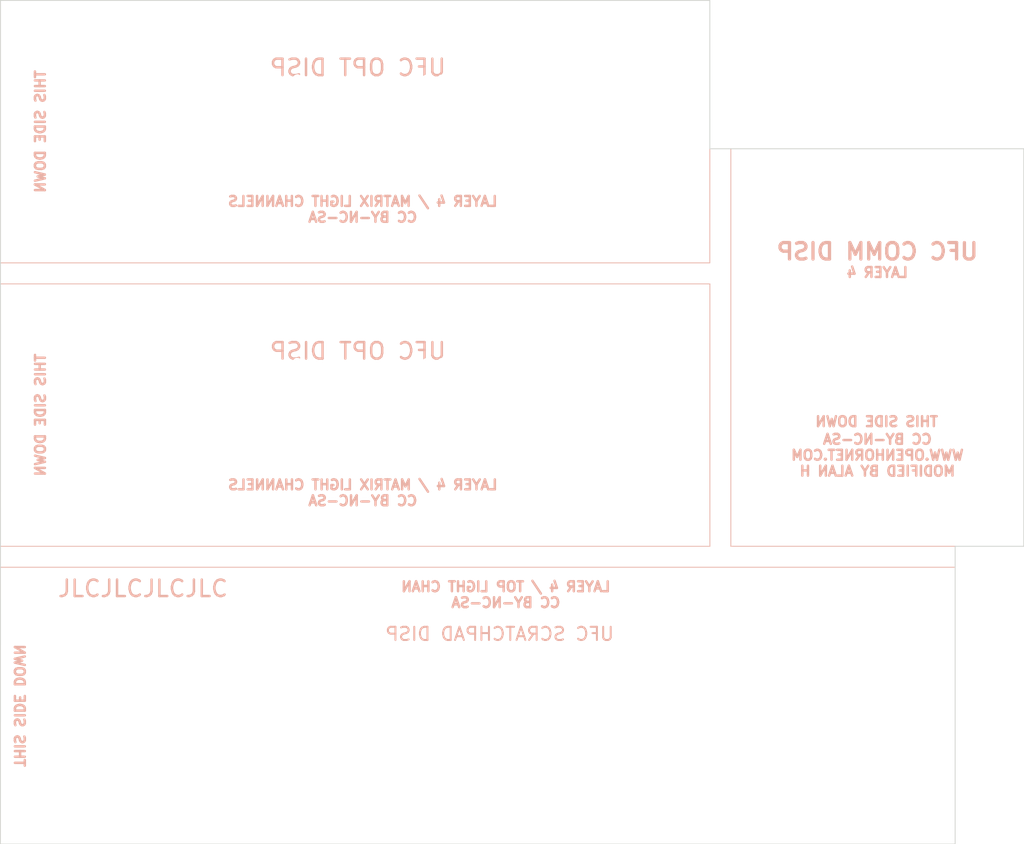
<source format=kicad_pcb>
(kicad_pcb (version 20171130) (host pcbnew "(5.1.9)-1")
  (layers (0 F.Cu signal) (31 B.Cu signal) (34 B.Paste user) (35 F.Paste user) (36 B.SilkS user) (37 F.SilkS user) (38 B.Mask user) (39 F.Mask user) (44 Edge.Cuts user))
  (net 0 "")
  (module KiCAD_Libraries:OPT_DISP_NPTH_0.6x0.9mmx3 (layer F.Cu) (at 112.1875 72.282 270)
    (fp_text reference D17 hide)
    (fp_text value LED)
    (pad "" np_thru_hole circle (at 0 0 270) (size 0.6 0.6) (drill 0.6) (layers *.Cu *.Mask))
    (pad "" np_thru_hole circle (at -0.9 0 270) (size 0.6 0.6) (drill 0.6) (layers *.Cu *.Mask))
    (pad "" np_thru_hole circle (at 0.9 0 270) (size 0.6 0.6) (drill 0.6) (layers *.Cu *.Mask))
  )
  (module KiCAD_Libraries:OPT_DISP_NPTH_0.6x0.9mmx3 (layer F.Cu) (at 113.775 73.8695)
    (fp_text reference D21 hide)
    (fp_text value LED)
    (pad "" np_thru_hole circle (at 0 0) (size 0.6 0.6) (drill 0.6) (layers *.Cu *.Mask))
    (pad "" np_thru_hole circle (at -0.9 0) (size 0.6 0.6) (drill 0.6) (layers *.Cu *.Mask))
    (pad "" np_thru_hole circle (at 0.9 0) (size 0.6 0.6) (drill 0.6) (layers *.Cu *.Mask))
  )
  (module KiCAD_Libraries:OPT_DISP_NPTH_0.6x0.9mmx3 (layer F.Cu) (at 118.5375 72.282 270)
    (fp_text reference D31 hide)
    (fp_text value LED)
    (pad "" np_thru_hole circle (at 0 0 270) (size 0.6 0.6) (drill 0.6) (layers *.Cu *.Mask))
    (pad "" np_thru_hole circle (at -0.9 0 270) (size 0.6 0.6) (drill 0.6) (layers *.Cu *.Mask))
    (pad "" np_thru_hole circle (at 0.9 0 270) (size 0.6 0.6) (drill 0.6) (layers *.Cu *.Mask))
  )
  (module KiCAD_Libraries:OPT_DISP_NPTH_0.6x0.9mmx3 (layer F.Cu) (at 116.95 77.0445)
    (fp_text reference D30 hide)
    (fp_text value LED)
    (pad "" np_thru_hole circle (at 0 0) (size 0.6 0.6) (drill 0.6) (layers *.Cu *.Mask))
    (pad "" np_thru_hole circle (at -0.9 0) (size 0.6 0.6) (drill 0.6) (layers *.Cu *.Mask))
    (pad "" np_thru_hole circle (at 0.9 0) (size 0.6 0.6) (drill 0.6) (layers *.Cu *.Mask))
  )
  (module KiCAD_Libraries:OPT_DISP_NPTH_0.6x0.9mmx3 (layer F.Cu) (at 113.775 70.6945)
    (fp_text reference D19 hide)
    (fp_text value LED)
    (pad "" np_thru_hole circle (at 0 0) (size 0.6 0.6) (drill 0.6) (layers *.Cu *.Mask))
    (pad "" np_thru_hole circle (at -0.9 0) (size 0.6 0.6) (drill 0.6) (layers *.Cu *.Mask))
    (pad "" np_thru_hole circle (at 0.9 0) (size 0.6 0.6) (drill 0.6) (layers *.Cu *.Mask))
  )
  (module KiCAD_Libraries:OPT_DISP_NPTH_0.6x0.9mmx3 (layer F.Cu) (at 113.775 72.282 315)
    (fp_text reference D20 hide)
    (fp_text value LED)
    (pad "" np_thru_hole circle (at 0 0 315) (size 0.6 0.6) (drill 0.6) (layers *.Cu *.Mask))
    (pad "" np_thru_hole circle (at -0.9 0 315) (size 0.6 0.6) (drill 0.6) (layers *.Cu *.Mask))
    (pad "" np_thru_hole circle (at 0.9 0 315) (size 0.6 0.6) (drill 0.6) (layers *.Cu *.Mask))
  )
  (module KiCAD_Libraries:OPT_DISP_NPTH_0.6x0.9mmx3 (layer F.Cu) (at 115.3625 72.282 270)
    (fp_text reference D24 hide)
    (fp_text value LED)
    (pad "" np_thru_hole circle (at 0 0 270) (size 0.6 0.6) (drill 0.6) (layers *.Cu *.Mask))
    (pad "" np_thru_hole circle (at -0.9 0 270) (size 0.6 0.6) (drill 0.6) (layers *.Cu *.Mask))
    (pad "" np_thru_hole circle (at 0.9 0 270) (size 0.6 0.6) (drill 0.6) (layers *.Cu *.Mask))
  )
  (module KiCAD_Libraries:OPT_DISP_NPTH_0.6x0.9mmx3 (layer F.Cu) (at 115.3625 75.457 90)
    (fp_text reference D25 hide)
    (fp_text value LED)
    (pad "" np_thru_hole circle (at 0 0 90) (size 0.6 0.6) (drill 0.6) (layers *.Cu *.Mask))
    (pad "" np_thru_hole circle (at -0.9 0 90) (size 0.6 0.6) (drill 0.6) (layers *.Cu *.Mask))
    (pad "" np_thru_hole circle (at 0.9 0 90) (size 0.6 0.6) (drill 0.6) (layers *.Cu *.Mask))
  )
  (module KiCAD_Libraries:OPT_DISP_NPTH_0.6x0.9mmx3 (layer F.Cu) (at 116.95 70.6945)
    (fp_text reference D26 hide)
    (fp_text value LED)
    (pad "" np_thru_hole circle (at 0 0) (size 0.6 0.6) (drill 0.6) (layers *.Cu *.Mask))
    (pad "" np_thru_hole circle (at -0.9 0) (size 0.6 0.6) (drill 0.6) (layers *.Cu *.Mask))
    (pad "" np_thru_hole circle (at 0.9 0) (size 0.6 0.6) (drill 0.6) (layers *.Cu *.Mask))
  )
  (module KiCAD_Libraries:OPT_DISP_NPTH_0.6x0.9mmx3 (layer F.Cu) (at 116.95 72.282 45)
    (fp_text reference D27 hide)
    (fp_text value LED)
    (pad "" np_thru_hole circle (at 0 0 45) (size 0.6 0.6) (drill 0.6) (layers *.Cu *.Mask))
    (pad "" np_thru_hole circle (at -0.9 0 45) (size 0.6 0.6) (drill 0.6) (layers *.Cu *.Mask))
    (pad "" np_thru_hole circle (at 0.9 0 45) (size 0.6 0.6) (drill 0.6) (layers *.Cu *.Mask))
  )
  (module KiCAD_Libraries:OPT_DISP_NPTH_0.6x0.9mmx3 (layer F.Cu) (at 127.11 75.457 315)
    (fp_text reference D45 hide)
    (fp_text value LED)
    (pad "" np_thru_hole circle (at 0 0 315) (size 0.6 0.6) (drill 0.6) (layers *.Cu *.Mask))
    (pad "" np_thru_hole circle (at -0.9 0 315) (size 0.6 0.6) (drill 0.6) (layers *.Cu *.Mask))
    (pad "" np_thru_hole circle (at 0.9 0 315) (size 0.6 0.6) (drill 0.6) (layers *.Cu *.Mask))
  )
  (module KiCAD_Libraries:OPT_DISP_NPTH_0.6x0.9mmx3 (layer F.Cu) (at 113.775 75.457 45)
    (fp_text reference D22 hide)
    (fp_text value LED)
    (pad "" np_thru_hole circle (at 0 0 45) (size 0.6 0.6) (drill 0.6) (layers *.Cu *.Mask))
    (pad "" np_thru_hole circle (at -0.9 0 45) (size 0.6 0.6) (drill 0.6) (layers *.Cu *.Mask))
    (pad "" np_thru_hole circle (at 0.9 0 45) (size 0.6 0.6) (drill 0.6) (layers *.Cu *.Mask))
  )
  (module KiCAD_Libraries:OPT_DISP_NPTH_0.6x0.9mmx3 (layer F.Cu) (at 116.95 75.457 315)
    (fp_text reference D29 hide)
    (fp_text value LED)
    (pad "" np_thru_hole circle (at 0 0 315) (size 0.6 0.6) (drill 0.6) (layers *.Cu *.Mask))
    (pad "" np_thru_hole circle (at -0.9 0 315) (size 0.6 0.6) (drill 0.6) (layers *.Cu *.Mask))
    (pad "" np_thru_hole circle (at 0.9 0 315) (size 0.6 0.6) (drill 0.6) (layers *.Cu *.Mask))
  )
  (module KiCAD_Libraries:OPT_DISP_NPTH_0.6x0.9mmx3 (layer F.Cu) (at 122.3475 75.457 90)
    (fp_text reference D34 hide)
    (fp_text value LED)
    (pad "" np_thru_hole circle (at 0 0 90) (size 0.6 0.6) (drill 0.6) (layers *.Cu *.Mask))
    (pad "" np_thru_hole circle (at -0.9 0 90) (size 0.6 0.6) (drill 0.6) (layers *.Cu *.Mask))
    (pad "" np_thru_hole circle (at 0.9 0 90) (size 0.6 0.6) (drill 0.6) (layers *.Cu *.Mask))
  )
  (module KiCAD_Libraries:OPT_DISP_NPTH_0.6x0.9mmx3 (layer F.Cu) (at 118.5375 75.457 90)
    (fp_text reference D32 hide)
    (fp_text value LED)
    (pad "" np_thru_hole circle (at 0 0 90) (size 0.6 0.6) (drill 0.6) (layers *.Cu *.Mask))
    (pad "" np_thru_hole circle (at -0.9 0 90) (size 0.6 0.6) (drill 0.6) (layers *.Cu *.Mask))
    (pad "" np_thru_hole circle (at 0.9 0 90) (size 0.6 0.6) (drill 0.6) (layers *.Cu *.Mask))
  )
  (module KiCAD_Libraries:OPT_DISP_NPTH_0.6x0.9mmx3 (layer F.Cu) (at 112.1875 75.457 90)
    (fp_text reference D18 hide)
    (fp_text value LED)
    (pad "" np_thru_hole circle (at 0 0 90) (size 0.6 0.6) (drill 0.6) (layers *.Cu *.Mask))
    (pad "" np_thru_hole circle (at -0.9 0 90) (size 0.6 0.6) (drill 0.6) (layers *.Cu *.Mask))
    (pad "" np_thru_hole circle (at 0.9 0 90) (size 0.6 0.6) (drill 0.6) (layers *.Cu *.Mask))
  )
  (module KiCAD_Libraries:OPT_DISP_NPTH_0.6x0.9mmx3 (layer F.Cu) (at 116.95 73.8695)
    (fp_text reference D28 hide)
    (fp_text value LED)
    (pad "" np_thru_hole circle (at 0 0) (size 0.6 0.6) (drill 0.6) (layers *.Cu *.Mask))
    (pad "" np_thru_hole circle (at -0.9 0) (size 0.6 0.6) (drill 0.6) (layers *.Cu *.Mask))
    (pad "" np_thru_hole circle (at 0.9 0) (size 0.6 0.6) (drill 0.6) (layers *.Cu *.Mask))
  )
  (module KiCAD_Libraries:OPT_DISP_NPTH_0.6x0.9mmx3 (layer F.Cu) (at 113.775 77.0445)
    (fp_text reference D23 hide)
    (fp_text value LED)
    (pad "" np_thru_hole circle (at 0 0) (size 0.6 0.6) (drill 0.6) (layers *.Cu *.Mask))
    (pad "" np_thru_hole circle (at -0.9 0) (size 0.6 0.6) (drill 0.6) (layers *.Cu *.Mask))
    (pad "" np_thru_hole circle (at 0.9 0) (size 0.6 0.6) (drill 0.6) (layers *.Cu *.Mask))
  )
  (module KiCAD_Libraries:OPT_DISP_NPTH_0.6x0.9mmx3 (layer F.Cu) (at 123.935 72.282 315)
    (fp_text reference D36 hide)
    (fp_text value LED)
    (pad "" np_thru_hole circle (at 0 0 315) (size 0.6 0.6) (drill 0.6) (layers *.Cu *.Mask))
    (pad "" np_thru_hole circle (at -0.9 0 315) (size 0.6 0.6) (drill 0.6) (layers *.Cu *.Mask))
    (pad "" np_thru_hole circle (at 0.9 0 315) (size 0.6 0.6) (drill 0.6) (layers *.Cu *.Mask))
  )
  (module KiCAD_Libraries:OPT_DISP_NPTH_0.6x0.9mmx3 (layer F.Cu) (at 128.6975 75.457 90)
    (fp_text reference D48 hide)
    (fp_text value LED)
    (pad "" np_thru_hole circle (at 0 0 90) (size 0.6 0.6) (drill 0.6) (layers *.Cu *.Mask))
    (pad "" np_thru_hole circle (at -0.9 0 90) (size 0.6 0.6) (drill 0.6) (layers *.Cu *.Mask))
    (pad "" np_thru_hole circle (at 0.9 0 90) (size 0.6 0.6) (drill 0.6) (layers *.Cu *.Mask))
  )
  (module KiCAD_Libraries:OPT_DISP_NPTH_0.6x0.9mmx3 (layer F.Cu) (at 123.935 75.457 45)
    (fp_text reference D38 hide)
    (fp_text value LED)
    (pad "" np_thru_hole circle (at 0 0 45) (size 0.6 0.6) (drill 0.6) (layers *.Cu *.Mask))
    (pad "" np_thru_hole circle (at -0.9 0 45) (size 0.6 0.6) (drill 0.6) (layers *.Cu *.Mask))
    (pad "" np_thru_hole circle (at 0.9 0 45) (size 0.6 0.6) (drill 0.6) (layers *.Cu *.Mask))
  )
  (module KiCAD_Libraries:OPT_DISP_NPTH_0.6x0.9mmx3 (layer F.Cu) (at 127.11 73.8695)
    (fp_text reference D44 hide)
    (fp_text value LED)
    (pad "" np_thru_hole circle (at 0 0) (size 0.6 0.6) (drill 0.6) (layers *.Cu *.Mask))
    (pad "" np_thru_hole circle (at -0.9 0) (size 0.6 0.6) (drill 0.6) (layers *.Cu *.Mask))
    (pad "" np_thru_hole circle (at 0.9 0) (size 0.6 0.6) (drill 0.6) (layers *.Cu *.Mask))
  )
  (module KiCAD_Libraries:OPT_DISP_NPTH_0.6x0.9mmx3 (layer F.Cu) (at 125.5225 72.282 270)
    (fp_text reference D40 hide)
    (fp_text value LED)
    (pad "" np_thru_hole circle (at 0 0 270) (size 0.6 0.6) (drill 0.6) (layers *.Cu *.Mask))
    (pad "" np_thru_hole circle (at -0.9 0 270) (size 0.6 0.6) (drill 0.6) (layers *.Cu *.Mask))
    (pad "" np_thru_hole circle (at 0.9 0 270) (size 0.6 0.6) (drill 0.6) (layers *.Cu *.Mask))
  )
  (module KiCAD_Libraries:OPT_DISP_NPTH_0.6x0.9mmx3 (layer F.Cu) (at 122.3475 72.282 270)
    (fp_text reference D33 hide)
    (fp_text value LED)
    (pad "" np_thru_hole circle (at 0 0 270) (size 0.6 0.6) (drill 0.6) (layers *.Cu *.Mask))
    (pad "" np_thru_hole circle (at -0.9 0 270) (size 0.6 0.6) (drill 0.6) (layers *.Cu *.Mask))
    (pad "" np_thru_hole circle (at 0.9 0 270) (size 0.6 0.6) (drill 0.6) (layers *.Cu *.Mask))
  )
  (module KiCAD_Libraries:OPT_DISP_NPTH_0.6x0.9mmx3 (layer F.Cu) (at 127.11 72.282 45)
    (fp_text reference D43 hide)
    (fp_text value LED)
    (pad "" np_thru_hole circle (at 0 0 45) (size 0.6 0.6) (drill 0.6) (layers *.Cu *.Mask))
    (pad "" np_thru_hole circle (at -0.9 0 45) (size 0.6 0.6) (drill 0.6) (layers *.Cu *.Mask))
    (pad "" np_thru_hole circle (at 0.9 0 45) (size 0.6 0.6) (drill 0.6) (layers *.Cu *.Mask))
  )
  (module KiCAD_Libraries:OPT_DISP_NPTH_0.6x0.9mmx3 (layer F.Cu) (at 123.935 77.0445)
    (fp_text reference D39 hide)
    (fp_text value LED)
    (pad "" np_thru_hole circle (at 0 0) (size 0.6 0.6) (drill 0.6) (layers *.Cu *.Mask))
    (pad "" np_thru_hole circle (at -0.9 0) (size 0.6 0.6) (drill 0.6) (layers *.Cu *.Mask))
    (pad "" np_thru_hole circle (at 0.9 0) (size 0.6 0.6) (drill 0.6) (layers *.Cu *.Mask))
  )
  (module KiCAD_Libraries:OPT_DISP_NPTH_0.6x0.9mmx3 (layer F.Cu) (at 127.11 77.0445)
    (fp_text reference D46 hide)
    (fp_text value LED)
    (pad "" np_thru_hole circle (at 0 0) (size 0.6 0.6) (drill 0.6) (layers *.Cu *.Mask))
    (pad "" np_thru_hole circle (at -0.9 0) (size 0.6 0.6) (drill 0.6) (layers *.Cu *.Mask))
    (pad "" np_thru_hole circle (at 0.9 0) (size 0.6 0.6) (drill 0.6) (layers *.Cu *.Mask))
  )
  (module KiCAD_Libraries:OPT_DISP_NPTH_0.6x0.9mmx3 (layer F.Cu) (at 134.095 75.457 45)
    (fp_text reference D54 hide)
    (fp_text value LED)
    (pad "" np_thru_hole circle (at 0 0 45) (size 0.6 0.6) (drill 0.6) (layers *.Cu *.Mask))
    (pad "" np_thru_hole circle (at -0.9 0 45) (size 0.6 0.6) (drill 0.6) (layers *.Cu *.Mask))
    (pad "" np_thru_hole circle (at 0.9 0 45) (size 0.6 0.6) (drill 0.6) (layers *.Cu *.Mask))
  )
  (module KiCAD_Libraries:OPT_DISP_NPTH_0.6x0.9mmx3 (layer F.Cu) (at 137.27 77.0445)
    (fp_text reference D62 hide)
    (fp_text value LED)
    (pad "" np_thru_hole circle (at 0 0) (size 0.6 0.6) (drill 0.6) (layers *.Cu *.Mask))
    (pad "" np_thru_hole circle (at -0.9 0) (size 0.6 0.6) (drill 0.6) (layers *.Cu *.Mask))
    (pad "" np_thru_hole circle (at 0.9 0) (size 0.6 0.6) (drill 0.6) (layers *.Cu *.Mask))
  )
  (module KiCAD_Libraries:OPT_DISP_NPTH_0.6x0.9mmx3 (layer F.Cu) (at 134.095 72.282 315)
    (fp_text reference D52 hide)
    (fp_text value LED)
    (pad "" np_thru_hole circle (at 0 0 315) (size 0.6 0.6) (drill 0.6) (layers *.Cu *.Mask))
    (pad "" np_thru_hole circle (at -0.9 0 315) (size 0.6 0.6) (drill 0.6) (layers *.Cu *.Mask))
    (pad "" np_thru_hole circle (at 0.9 0 315) (size 0.6 0.6) (drill 0.6) (layers *.Cu *.Mask))
  )
  (module KiCAD_Libraries:OPT_DISP_NPTH_0.6x0.9mmx3 (layer F.Cu) (at 128.6975 72.282 270)
    (fp_text reference D47 hide)
    (fp_text value LED)
    (pad "" np_thru_hole circle (at 0 0 270) (size 0.6 0.6) (drill 0.6) (layers *.Cu *.Mask))
    (pad "" np_thru_hole circle (at -0.9 0 270) (size 0.6 0.6) (drill 0.6) (layers *.Cu *.Mask))
    (pad "" np_thru_hole circle (at 0.9 0 270) (size 0.6 0.6) (drill 0.6) (layers *.Cu *.Mask))
  )
  (module KiCAD_Libraries:OPT_DISP_NPTH_0.6x0.9mmx3 (layer F.Cu) (at 125.5225 75.457 90)
    (fp_text reference D41 hide)
    (fp_text value LED)
    (pad "" np_thru_hole circle (at 0 0 90) (size 0.6 0.6) (drill 0.6) (layers *.Cu *.Mask))
    (pad "" np_thru_hole circle (at -0.9 0 90) (size 0.6 0.6) (drill 0.6) (layers *.Cu *.Mask))
    (pad "" np_thru_hole circle (at 0.9 0 90) (size 0.6 0.6) (drill 0.6) (layers *.Cu *.Mask))
  )
  (module KiCAD_Libraries:OPT_DISP_NPTH_0.6x0.9mmx3 (layer F.Cu) (at 134.095 70.6945)
    (fp_text reference D51 hide)
    (fp_text value LED)
    (pad "" np_thru_hole circle (at 0 0) (size 0.6 0.6) (drill 0.6) (layers *.Cu *.Mask))
    (pad "" np_thru_hole circle (at -0.9 0) (size 0.6 0.6) (drill 0.6) (layers *.Cu *.Mask))
    (pad "" np_thru_hole circle (at 0.9 0) (size 0.6 0.6) (drill 0.6) (layers *.Cu *.Mask))
  )
  (module KiCAD_Libraries:OPT_DISP_NPTH_0.6x0.9mmx3 (layer F.Cu) (at 127.11 70.6945)
    (fp_text reference D42 hide)
    (fp_text value LED)
    (pad "" np_thru_hole circle (at 0 0) (size 0.6 0.6) (drill 0.6) (layers *.Cu *.Mask))
    (pad "" np_thru_hole circle (at -0.9 0) (size 0.6 0.6) (drill 0.6) (layers *.Cu *.Mask))
    (pad "" np_thru_hole circle (at 0.9 0) (size 0.6 0.6) (drill 0.6) (layers *.Cu *.Mask))
  )
  (module KiCAD_Libraries:OPT_DISP_NPTH_0.6x0.9mmx3 (layer F.Cu) (at 123.935 73.8695)
    (fp_text reference D37 hide)
    (fp_text value LED)
    (pad "" np_thru_hole circle (at 0 0) (size 0.6 0.6) (drill 0.6) (layers *.Cu *.Mask))
    (pad "" np_thru_hole circle (at -0.9 0) (size 0.6 0.6) (drill 0.6) (layers *.Cu *.Mask))
    (pad "" np_thru_hole circle (at 0.9 0) (size 0.6 0.6) (drill 0.6) (layers *.Cu *.Mask))
  )
  (module KiCAD_Libraries:OPT_DISP_NPTH_0.6x0.9mmx3 (layer F.Cu) (at 123.935 70.6945)
    (fp_text reference D35 hide)
    (fp_text value LED)
    (pad "" np_thru_hole circle (at 0 0) (size 0.6 0.6) (drill 0.6) (layers *.Cu *.Mask))
    (pad "" np_thru_hole circle (at -0.9 0) (size 0.6 0.6) (drill 0.6) (layers *.Cu *.Mask))
    (pad "" np_thru_hole circle (at 0.9 0) (size 0.6 0.6) (drill 0.6) (layers *.Cu *.Mask))
  )
  (module KiCAD_Libraries:OPT_DISP_NPTH_0.6x0.9mmx3 (layer F.Cu) (at 134.095 73.8695)
    (fp_text reference D53 hide)
    (fp_text value LED)
    (pad "" np_thru_hole circle (at 0 0) (size 0.6 0.6) (drill 0.6) (layers *.Cu *.Mask))
    (pad "" np_thru_hole circle (at -0.9 0) (size 0.6 0.6) (drill 0.6) (layers *.Cu *.Mask))
    (pad "" np_thru_hole circle (at 0.9 0) (size 0.6 0.6) (drill 0.6) (layers *.Cu *.Mask))
  )
  (module KiCAD_Libraries:OPT_DISP_NPTH_0.6x0.9mmx3 (layer F.Cu) (at 132.5075 72.282 270)
    (fp_text reference D49 hide)
    (fp_text value LED)
    (pad "" np_thru_hole circle (at 0 0 270) (size 0.6 0.6) (drill 0.6) (layers *.Cu *.Mask))
    (pad "" np_thru_hole circle (at -0.9 0 270) (size 0.6 0.6) (drill 0.6) (layers *.Cu *.Mask))
    (pad "" np_thru_hole circle (at 0.9 0 270) (size 0.6 0.6) (drill 0.6) (layers *.Cu *.Mask))
  )
  (module KiCAD_Libraries:OPT_DISP_NPTH_0.6x0.9mmx3 (layer F.Cu) (at 138.8575 72.282 270)
    (fp_text reference D63 hide)
    (fp_text value LED)
    (pad "" np_thru_hole circle (at 0 0 270) (size 0.6 0.6) (drill 0.6) (layers *.Cu *.Mask))
    (pad "" np_thru_hole circle (at -0.9 0 270) (size 0.6 0.6) (drill 0.6) (layers *.Cu *.Mask))
    (pad "" np_thru_hole circle (at 0.9 0 270) (size 0.6 0.6) (drill 0.6) (layers *.Cu *.Mask))
  )
  (module KiCAD_Libraries:OPT_DISP_NPTH_0.6x0.9mmx3 (layer F.Cu) (at 138.8575 75.457 90)
    (fp_text reference D64 hide)
    (fp_text value LED)
    (pad "" np_thru_hole circle (at 0 0 90) (size 0.6 0.6) (drill 0.6) (layers *.Cu *.Mask))
    (pad "" np_thru_hole circle (at -0.9 0 90) (size 0.6 0.6) (drill 0.6) (layers *.Cu *.Mask))
    (pad "" np_thru_hole circle (at 0.9 0 90) (size 0.6 0.6) (drill 0.6) (layers *.Cu *.Mask))
  )
  (module KiCAD_Libraries:OPT_DISP_NPTH_0.6x0.9mmx3 (layer F.Cu) (at 135.6825 72.282 270)
    (fp_text reference D56 hide)
    (fp_text value LED)
    (pad "" np_thru_hole circle (at 0 0 270) (size 0.6 0.6) (drill 0.6) (layers *.Cu *.Mask))
    (pad "" np_thru_hole circle (at -0.9 0 270) (size 0.6 0.6) (drill 0.6) (layers *.Cu *.Mask))
    (pad "" np_thru_hole circle (at 0.9 0 270) (size 0.6 0.6) (drill 0.6) (layers *.Cu *.Mask))
  )
  (module KiCAD_Libraries:OPT_DISP_NPTH_0.6x0.9mmx3 (layer F.Cu) (at 135.6825 75.457 90)
    (fp_text reference D57 hide)
    (fp_text value LED)
    (pad "" np_thru_hole circle (at 0 0 90) (size 0.6 0.6) (drill 0.6) (layers *.Cu *.Mask))
    (pad "" np_thru_hole circle (at -0.9 0 90) (size 0.6 0.6) (drill 0.6) (layers *.Cu *.Mask))
    (pad "" np_thru_hole circle (at 0.9 0 90) (size 0.6 0.6) (drill 0.6) (layers *.Cu *.Mask))
  )
  (module KiCAD_Libraries:OPT_DISP_NPTH_0.6x0.9mmx3 (layer F.Cu) (at 137.27 72.282 45)
    (fp_text reference D59 hide)
    (fp_text value LED)
    (pad "" np_thru_hole circle (at 0 0 45) (size 0.6 0.6) (drill 0.6) (layers *.Cu *.Mask))
    (pad "" np_thru_hole circle (at -0.9 0 45) (size 0.6 0.6) (drill 0.6) (layers *.Cu *.Mask))
    (pad "" np_thru_hole circle (at 0.9 0 45) (size 0.6 0.6) (drill 0.6) (layers *.Cu *.Mask))
  )
  (module KiCAD_Libraries:OPT_DISP_NPTH_0.6x0.9mmx3 (layer F.Cu) (at 132.5075 75.457 90)
    (fp_text reference D50 hide)
    (fp_text value LED)
    (pad "" np_thru_hole circle (at 0 0 90) (size 0.6 0.6) (drill 0.6) (layers *.Cu *.Mask))
    (pad "" np_thru_hole circle (at -0.9 0 90) (size 0.6 0.6) (drill 0.6) (layers *.Cu *.Mask))
    (pad "" np_thru_hole circle (at 0.9 0 90) (size 0.6 0.6) (drill 0.6) (layers *.Cu *.Mask))
  )
  (module KiCAD_Libraries:OPT_DISP_NPTH_0.6x0.9mmx3 (layer F.Cu) (at 137.27 70.6945)
    (fp_text reference D58 hide)
    (fp_text value LED)
    (pad "" np_thru_hole circle (at 0 0) (size 0.6 0.6) (drill 0.6) (layers *.Cu *.Mask))
    (pad "" np_thru_hole circle (at -0.9 0) (size 0.6 0.6) (drill 0.6) (layers *.Cu *.Mask))
    (pad "" np_thru_hole circle (at 0.9 0) (size 0.6 0.6) (drill 0.6) (layers *.Cu *.Mask))
  )
  (module KiCAD_Libraries:OPT_DISP_NPTH_0.6x0.9mmx3 (layer F.Cu) (at 137.27 73.8695)
    (fp_text reference D60 hide)
    (fp_text value LED)
    (pad "" np_thru_hole circle (at 0 0) (size 0.6 0.6) (drill 0.6) (layers *.Cu *.Mask))
    (pad "" np_thru_hole circle (at -0.9 0) (size 0.6 0.6) (drill 0.6) (layers *.Cu *.Mask))
    (pad "" np_thru_hole circle (at 0.9 0) (size 0.6 0.6) (drill 0.6) (layers *.Cu *.Mask))
  )
  (module KiCAD_Libraries:OPT_DISP_NPTH_0.6x0.9mmx3 (layer F.Cu) (at 134.095 77.0445)
    (fp_text reference D55 hide)
    (fp_text value LED)
    (pad "" np_thru_hole circle (at 0 0) (size 0.6 0.6) (drill 0.6) (layers *.Cu *.Mask))
    (pad "" np_thru_hole circle (at -0.9 0) (size 0.6 0.6) (drill 0.6) (layers *.Cu *.Mask))
    (pad "" np_thru_hole circle (at 0.9 0) (size 0.6 0.6) (drill 0.6) (layers *.Cu *.Mask))
  )
  (module KiCAD_Libraries:OPT_DISP_NPTH_0.6x0.9mm (layer F.Cu) (at 98.8525 75.457 90)
    (fp_text reference D66 hide)
    (fp_text value LED)
    (pad "" np_thru_hole circle (at -0.45 0 90) (size 0.6 0.6) (drill 0.6) (layers *.Cu *.Mask))
    (pad "" np_thru_hole circle (at 0.45 0 90) (size 0.6 0.6) (drill 0.6) (layers *.Cu *.Mask))
  )
  (module KiCAD_Libraries:OPT_DISP_NPTH_0.6x0.9mm (layer F.Cu) (at 98.8525 72.282 90)
    (fp_text reference D65 hide)
    (fp_text value LED)
    (pad "" np_thru_hole circle (at -0.45 0 90) (size 0.6 0.6) (drill 0.6) (layers *.Cu *.Mask))
    (pad "" np_thru_hole circle (at 0.45 0 90) (size 0.6 0.6) (drill 0.6) (layers *.Cu *.Mask))
  )
  (module KiCAD_Libraries:OPT_DISP_NPTH_0.6x0.9mmx3 (layer F.Cu) (at 137.27 75.457 315)
    (fp_text reference D61 hide)
    (fp_text value LED)
    (pad "" np_thru_hole circle (at 0 0 315) (size 0.6 0.6) (drill 0.6) (layers *.Cu *.Mask))
    (pad "" np_thru_hole circle (at -0.9 0 315) (size 0.6 0.6) (drill 0.6) (layers *.Cu *.Mask))
    (pad "" np_thru_hole circle (at 0.9 0 315) (size 0.6 0.6) (drill 0.6) (layers *.Cu *.Mask))
  )
  (module KiCAD_Libraries:OPT_DISP_NPTH_0.6x0.9mmx3 (layer F.Cu) (at 106.79 73.8695)
    (fp_text reference D12 hide)
    (fp_text value LED)
    (pad "" np_thru_hole circle (at 0 0) (size 0.6 0.6) (drill 0.6) (layers *.Cu *.Mask))
    (pad "" np_thru_hole circle (at -0.9 0) (size 0.6 0.6) (drill 0.6) (layers *.Cu *.Mask))
    (pad "" np_thru_hole circle (at 0.9 0) (size 0.6 0.6) (drill 0.6) (layers *.Cu *.Mask))
  )
  (module KiCAD_Libraries:OPT_DISP_NPTH_0.6x0.9mmx3 (layer F.Cu) (at 105.2025 72.282 270)
    (fp_text reference D8 hide)
    (fp_text value LED)
    (pad "" np_thru_hole circle (at 0 0 270) (size 0.6 0.6) (drill 0.6) (layers *.Cu *.Mask))
    (pad "" np_thru_hole circle (at -0.9 0 270) (size 0.6 0.6) (drill 0.6) (layers *.Cu *.Mask))
    (pad "" np_thru_hole circle (at 0.9 0 270) (size 0.6 0.6) (drill 0.6) (layers *.Cu *.Mask))
  )
  (module KiCAD_Libraries:OPT_DISP_NPTH_0.6x0.9mmx3 (layer F.Cu) (at 108.3775 72.282 270)
    (fp_text reference D15 hide)
    (fp_text value LED)
    (pad "" np_thru_hole circle (at 0 0 270) (size 0.6 0.6) (drill 0.6) (layers *.Cu *.Mask))
    (pad "" np_thru_hole circle (at -0.9 0 270) (size 0.6 0.6) (drill 0.6) (layers *.Cu *.Mask))
    (pad "" np_thru_hole circle (at 0.9 0 270) (size 0.6 0.6) (drill 0.6) (layers *.Cu *.Mask))
  )
  (module KiCAD_Libraries:OPT_DISP_NPTH_0.6x0.9mmx3 (layer F.Cu) (at 103.615 72.282 315)
    (fp_text reference D4 hide)
    (fp_text value LED)
    (pad "" np_thru_hole circle (at 0 0 315) (size 0.6 0.6) (drill 0.6) (layers *.Cu *.Mask))
    (pad "" np_thru_hole circle (at -0.9 0 315) (size 0.6 0.6) (drill 0.6) (layers *.Cu *.Mask))
    (pad "" np_thru_hole circle (at 0.9 0 315) (size 0.6 0.6) (drill 0.6) (layers *.Cu *.Mask))
  )
  (module KiCAD_Libraries:OPT_DISP_NPTH_0.6x0.9mmx3 (layer F.Cu) (at 103.615 70.6945)
    (fp_text reference D3 hide)
    (fp_text value LED)
    (pad "" np_thru_hole circle (at 0 0) (size 0.6 0.6) (drill 0.6) (layers *.Cu *.Mask))
    (pad "" np_thru_hole circle (at -0.9 0) (size 0.6 0.6) (drill 0.6) (layers *.Cu *.Mask))
    (pad "" np_thru_hole circle (at 0.9 0) (size 0.6 0.6) (drill 0.6) (layers *.Cu *.Mask))
  )
  (module KiCAD_Libraries:OPT_DISP_NPTH_0.6x0.9mmx3 (layer F.Cu) (at 103.615 73.8695)
    (fp_text reference D5 hide)
    (fp_text value LED)
    (pad "" np_thru_hole circle (at 0 0) (size 0.6 0.6) (drill 0.6) (layers *.Cu *.Mask))
    (pad "" np_thru_hole circle (at -0.9 0) (size 0.6 0.6) (drill 0.6) (layers *.Cu *.Mask))
    (pad "" np_thru_hole circle (at 0.9 0) (size 0.6 0.6) (drill 0.6) (layers *.Cu *.Mask))
  )
  (module KiCAD_Libraries:OPT_DISP_NPTH_0.6x0.9mmx3 (layer F.Cu) (at 106.79 70.6945)
    (fp_text reference D10 hide)
    (fp_text value LED)
    (pad "" np_thru_hole circle (at 0 0) (size 0.6 0.6) (drill 0.6) (layers *.Cu *.Mask))
    (pad "" np_thru_hole circle (at -0.9 0) (size 0.6 0.6) (drill 0.6) (layers *.Cu *.Mask))
    (pad "" np_thru_hole circle (at 0.9 0) (size 0.6 0.6) (drill 0.6) (layers *.Cu *.Mask))
  )
  (module KiCAD_Libraries:OPT_DISP_NPTH_0.6x0.9mmx3 (layer F.Cu) (at 106.79 75.457 315)
    (fp_text reference D13 hide)
    (fp_text value LED)
    (pad "" np_thru_hole circle (at 0 0 315) (size 0.6 0.6) (drill 0.6) (layers *.Cu *.Mask))
    (pad "" np_thru_hole circle (at -0.9 0 315) (size 0.6 0.6) (drill 0.6) (layers *.Cu *.Mask))
    (pad "" np_thru_hole circle (at 0.9 0 315) (size 0.6 0.6) (drill 0.6) (layers *.Cu *.Mask))
  )
  (module KiCAD_Libraries:OPT_DISP_NPTH_0.6x0.9mmx3 (layer F.Cu) (at 105.2025 75.457 90)
    (fp_text reference D9 hide)
    (fp_text value LED)
    (pad "" np_thru_hole circle (at 0 0 90) (size 0.6 0.6) (drill 0.6) (layers *.Cu *.Mask))
    (pad "" np_thru_hole circle (at -0.9 0 90) (size 0.6 0.6) (drill 0.6) (layers *.Cu *.Mask))
    (pad "" np_thru_hole circle (at 0.9 0 90) (size 0.6 0.6) (drill 0.6) (layers *.Cu *.Mask))
  )
  (module KiCAD_Libraries:OPT_DISP_NPTH_0.6x0.9mmx3 (layer F.Cu) (at 108.3775 75.457 90)
    (fp_text reference D16 hide)
    (fp_text value LED)
    (pad "" np_thru_hole circle (at 0 0 90) (size 0.6 0.6) (drill 0.6) (layers *.Cu *.Mask))
    (pad "" np_thru_hole circle (at -0.9 0 90) (size 0.6 0.6) (drill 0.6) (layers *.Cu *.Mask))
    (pad "" np_thru_hole circle (at 0.9 0 90) (size 0.6 0.6) (drill 0.6) (layers *.Cu *.Mask))
  )
  (module KiCAD_Libraries:OPT_DISP_NPTH_0.6x0.9mmx3 (layer F.Cu) (at 103.615 75.457 45)
    (fp_text reference D6 hide)
    (fp_text value LED)
    (pad "" np_thru_hole circle (at 0 0 45) (size 0.6 0.6) (drill 0.6) (layers *.Cu *.Mask))
    (pad "" np_thru_hole circle (at -0.9 0 45) (size 0.6 0.6) (drill 0.6) (layers *.Cu *.Mask))
    (pad "" np_thru_hole circle (at 0.9 0 45) (size 0.6 0.6) (drill 0.6) (layers *.Cu *.Mask))
  )
  (module KiCAD_Libraries:OPT_DISP_NPTH_0.6x0.9mmx3 (layer F.Cu) (at 106.79 72.282 45)
    (fp_text reference D11 hide)
    (fp_text value LED)
    (pad "" np_thru_hole circle (at 0 0 45) (size 0.6 0.6) (drill 0.6) (layers *.Cu *.Mask))
    (pad "" np_thru_hole circle (at -0.9 0 45) (size 0.6 0.6) (drill 0.6) (layers *.Cu *.Mask))
    (pad "" np_thru_hole circle (at 0.9 0 45) (size 0.6 0.6) (drill 0.6) (layers *.Cu *.Mask))
  )
  (module KiCAD_Libraries:OPT_DISP_NPTH_0.6x0.9mmx3 (layer F.Cu) (at 103.615 77.0445)
    (fp_text reference D7 hide)
    (fp_text value LED)
    (pad "" np_thru_hole circle (at 0 0) (size 0.6 0.6) (drill 0.6) (layers *.Cu *.Mask))
    (pad "" np_thru_hole circle (at -0.9 0) (size 0.6 0.6) (drill 0.6) (layers *.Cu *.Mask))
    (pad "" np_thru_hole circle (at 0.9 0) (size 0.6 0.6) (drill 0.6) (layers *.Cu *.Mask))
  )
  (module KiCAD_Libraries:OPT_DISP_NPTH_0.6x0.9mmx3 (layer F.Cu) (at 102.0275 75.457 90)
    (fp_text reference D2 hide)
    (fp_text value LED)
    (pad "" np_thru_hole circle (at 0 0 90) (size 0.6 0.6) (drill 0.6) (layers *.Cu *.Mask))
    (pad "" np_thru_hole circle (at -0.9 0 90) (size 0.6 0.6) (drill 0.6) (layers *.Cu *.Mask))
    (pad "" np_thru_hole circle (at 0.9 0 90) (size 0.6 0.6) (drill 0.6) (layers *.Cu *.Mask))
  )
  (module KiCAD_Libraries:OPT_DISP_NPTH_0.6x0.9mmx3 (layer F.Cu) (at 106.79 77.0445)
    (fp_text reference D14 hide)
    (fp_text value LED)
    (pad "" np_thru_hole circle (at 0 0) (size 0.6 0.6) (drill 0.6) (layers *.Cu *.Mask))
    (pad "" np_thru_hole circle (at -0.9 0) (size 0.6 0.6) (drill 0.6) (layers *.Cu *.Mask))
    (pad "" np_thru_hole circle (at 0.9 0) (size 0.6 0.6) (drill 0.6) (layers *.Cu *.Mask))
  )
  (module KiCAD_Libraries:OPT_DISP_NPTH_0.6x0.9mmx3 (layer F.Cu) (at 102.0275 72.282 270)
    (fp_text reference D1 hide)
    (fp_text value LED)
    (pad "" np_thru_hole circle (at 0 0 270) (size 0.6 0.6) (drill 0.6) (layers *.Cu *.Mask))
    (pad "" np_thru_hole circle (at -0.9 0 270) (size 0.6 0.6) (drill 0.6) (layers *.Cu *.Mask))
    (pad "" np_thru_hole circle (at 0.9 0 270) (size 0.6 0.6) (drill 0.6) (layers *.Cu *.Mask))
  )
  (module KiCAD_Libraries:OPT_DISP_NPTH_0.6x0.9mm (layer F.Cu) (at 98.8565 89.487 90)
    (fp_text reference D65 hide)
    (fp_text value LED)
    (pad "" np_thru_hole circle (at 0.45 0 90) (size 0.6 0.6) (drill 0.6) (layers *.Cu *.Mask))
    (pad "" np_thru_hole circle (at -0.45 0 90) (size 0.6 0.6) (drill 0.6) (layers *.Cu *.Mask))
  )
  (module KiCAD_Libraries:OPT_DISP_NPTH_0.6x0.9mm (layer F.Cu) (at 98.8565 92.662 90)
    (fp_text reference D66 hide)
    (fp_text value LED)
    (pad "" np_thru_hole circle (at 0.45 0 90) (size 0.6 0.6) (drill 0.6) (layers *.Cu *.Mask))
    (pad "" np_thru_hole circle (at -0.45 0 90) (size 0.6 0.6) (drill 0.6) (layers *.Cu *.Mask))
  )
  (module KiCAD_Libraries:OPT_DISP_NPTH_0.6x0.9mmx3 (layer F.Cu) (at 134.099 91.0745)
    (fp_text reference D53 hide)
    (fp_text value LED)
    (pad "" np_thru_hole circle (at 0.9 0) (size 0.6 0.6) (drill 0.6) (layers *.Cu *.Mask))
    (pad "" np_thru_hole circle (at -0.9 0) (size 0.6 0.6) (drill 0.6) (layers *.Cu *.Mask))
    (pad "" np_thru_hole circle (at 0 0) (size 0.6 0.6) (drill 0.6) (layers *.Cu *.Mask))
  )
  (module KiCAD_Libraries:OPT_DISP_NPTH_0.6x0.9mmx3 (layer F.Cu) (at 135.6865 89.487 270)
    (fp_text reference D56 hide)
    (fp_text value LED)
    (pad "" np_thru_hole circle (at 0.9 0 270) (size 0.6 0.6) (drill 0.6) (layers *.Cu *.Mask))
    (pad "" np_thru_hole circle (at -0.9 0 270) (size 0.6 0.6) (drill 0.6) (layers *.Cu *.Mask))
    (pad "" np_thru_hole circle (at 0 0 270) (size 0.6 0.6) (drill 0.6) (layers *.Cu *.Mask))
  )
  (module KiCAD_Libraries:OPT_DISP_NPTH_0.6x0.9mmx3 (layer F.Cu) (at 134.099 94.2495)
    (fp_text reference D55 hide)
    (fp_text value LED)
    (pad "" np_thru_hole circle (at 0.9 0) (size 0.6 0.6) (drill 0.6) (layers *.Cu *.Mask))
    (pad "" np_thru_hole circle (at -0.9 0) (size 0.6 0.6) (drill 0.6) (layers *.Cu *.Mask))
    (pad "" np_thru_hole circle (at 0 0) (size 0.6 0.6) (drill 0.6) (layers *.Cu *.Mask))
  )
  (module KiCAD_Libraries:OPT_DISP_NPTH_0.6x0.9mmx3 (layer F.Cu) (at 137.274 91.0745)
    (fp_text reference D60 hide)
    (fp_text value LED)
    (pad "" np_thru_hole circle (at 0.9 0) (size 0.6 0.6) (drill 0.6) (layers *.Cu *.Mask))
    (pad "" np_thru_hole circle (at -0.9 0) (size 0.6 0.6) (drill 0.6) (layers *.Cu *.Mask))
    (pad "" np_thru_hole circle (at 0 0) (size 0.6 0.6) (drill 0.6) (layers *.Cu *.Mask))
  )
  (module KiCAD_Libraries:OPT_DISP_NPTH_0.6x0.9mmx3 (layer F.Cu) (at 137.274 92.662 315)
    (fp_text reference D61 hide)
    (fp_text value LED)
    (pad "" np_thru_hole circle (at 0.9 0 315) (size 0.6 0.6) (drill 0.6) (layers *.Cu *.Mask))
    (pad "" np_thru_hole circle (at -0.9 0 315) (size 0.6 0.6) (drill 0.6) (layers *.Cu *.Mask))
    (pad "" np_thru_hole circle (at 0 0 315) (size 0.6 0.6) (drill 0.6) (layers *.Cu *.Mask))
  )
  (module KiCAD_Libraries:OPT_DISP_NPTH_0.6x0.9mmx3 (layer F.Cu) (at 137.274 89.487 45)
    (fp_text reference D59 hide)
    (fp_text value LED)
    (pad "" np_thru_hole circle (at 0.9 0 45) (size 0.6 0.6) (drill 0.6) (layers *.Cu *.Mask))
    (pad "" np_thru_hole circle (at -0.9 0 45) (size 0.6 0.6) (drill 0.6) (layers *.Cu *.Mask))
    (pad "" np_thru_hole circle (at 0 0 45) (size 0.6 0.6) (drill 0.6) (layers *.Cu *.Mask))
  )
  (module KiCAD_Libraries:OPT_DISP_NPTH_0.6x0.9mmx3 (layer F.Cu) (at 138.8615 92.662 90)
    (fp_text reference D64 hide)
    (fp_text value LED)
    (pad "" np_thru_hole circle (at 0.9 0 90) (size 0.6 0.6) (drill 0.6) (layers *.Cu *.Mask))
    (pad "" np_thru_hole circle (at -0.9 0 90) (size 0.6 0.6) (drill 0.6) (layers *.Cu *.Mask))
    (pad "" np_thru_hole circle (at 0 0 90) (size 0.6 0.6) (drill 0.6) (layers *.Cu *.Mask))
  )
  (module KiCAD_Libraries:OPT_DISP_NPTH_0.6x0.9mmx3 (layer F.Cu) (at 137.274 87.8995)
    (fp_text reference D58 hide)
    (fp_text value LED)
    (pad "" np_thru_hole circle (at 0.9 0) (size 0.6 0.6) (drill 0.6) (layers *.Cu *.Mask))
    (pad "" np_thru_hole circle (at -0.9 0) (size 0.6 0.6) (drill 0.6) (layers *.Cu *.Mask))
    (pad "" np_thru_hole circle (at 0 0) (size 0.6 0.6) (drill 0.6) (layers *.Cu *.Mask))
  )
  (module KiCAD_Libraries:OPT_DISP_NPTH_0.6x0.9mmx3 (layer F.Cu) (at 138.8615 89.487 270)
    (fp_text reference D63 hide)
    (fp_text value LED)
    (pad "" np_thru_hole circle (at 0.9 0 270) (size 0.6 0.6) (drill 0.6) (layers *.Cu *.Mask))
    (pad "" np_thru_hole circle (at -0.9 0 270) (size 0.6 0.6) (drill 0.6) (layers *.Cu *.Mask))
    (pad "" np_thru_hole circle (at 0 0 270) (size 0.6 0.6) (drill 0.6) (layers *.Cu *.Mask))
  )
  (module KiCAD_Libraries:OPT_DISP_NPTH_0.6x0.9mmx3 (layer F.Cu) (at 132.5115 92.662 90)
    (fp_text reference D50 hide)
    (fp_text value LED)
    (pad "" np_thru_hole circle (at 0.9 0 90) (size 0.6 0.6) (drill 0.6) (layers *.Cu *.Mask))
    (pad "" np_thru_hole circle (at -0.9 0 90) (size 0.6 0.6) (drill 0.6) (layers *.Cu *.Mask))
    (pad "" np_thru_hole circle (at 0 0 90) (size 0.6 0.6) (drill 0.6) (layers *.Cu *.Mask))
  )
  (module KiCAD_Libraries:OPT_DISP_NPTH_0.6x0.9mmx3 (layer F.Cu) (at 135.6865 92.662 90)
    (fp_text reference D57 hide)
    (fp_text value LED)
    (pad "" np_thru_hole circle (at 0.9 0 90) (size 0.6 0.6) (drill 0.6) (layers *.Cu *.Mask))
    (pad "" np_thru_hole circle (at -0.9 0 90) (size 0.6 0.6) (drill 0.6) (layers *.Cu *.Mask))
    (pad "" np_thru_hole circle (at 0 0 90) (size 0.6 0.6) (drill 0.6) (layers *.Cu *.Mask))
  )
  (module KiCAD_Libraries:OPT_DISP_NPTH_0.6x0.9mmx3 (layer F.Cu) (at 132.5115 89.487 270)
    (fp_text reference D49 hide)
    (fp_text value LED)
    (pad "" np_thru_hole circle (at 0.9 0 270) (size 0.6 0.6) (drill 0.6) (layers *.Cu *.Mask))
    (pad "" np_thru_hole circle (at -0.9 0 270) (size 0.6 0.6) (drill 0.6) (layers *.Cu *.Mask))
    (pad "" np_thru_hole circle (at 0 0 270) (size 0.6 0.6) (drill 0.6) (layers *.Cu *.Mask))
  )
  (module KiCAD_Libraries:OPT_DISP_NPTH_0.6x0.9mmx3 (layer F.Cu) (at 134.099 92.662 45)
    (fp_text reference D54 hide)
    (fp_text value LED)
    (pad "" np_thru_hole circle (at 0.9 0 45) (size 0.6 0.6) (drill 0.6) (layers *.Cu *.Mask))
    (pad "" np_thru_hole circle (at -0.9 0 45) (size 0.6 0.6) (drill 0.6) (layers *.Cu *.Mask))
    (pad "" np_thru_hole circle (at 0 0 45) (size 0.6 0.6) (drill 0.6) (layers *.Cu *.Mask))
  )
  (module KiCAD_Libraries:OPT_DISP_NPTH_0.6x0.9mmx3 (layer F.Cu) (at 134.099 89.487 315)
    (fp_text reference D52 hide)
    (fp_text value LED)
    (pad "" np_thru_hole circle (at 0.9 0 315) (size 0.6 0.6) (drill 0.6) (layers *.Cu *.Mask))
    (pad "" np_thru_hole circle (at -0.9 0 315) (size 0.6 0.6) (drill 0.6) (layers *.Cu *.Mask))
    (pad "" np_thru_hole circle (at 0 0 315) (size 0.6 0.6) (drill 0.6) (layers *.Cu *.Mask))
  )
  (module KiCAD_Libraries:OPT_DISP_NPTH_0.6x0.9mmx3 (layer F.Cu) (at 134.099 87.8995)
    (fp_text reference D51 hide)
    (fp_text value LED)
    (pad "" np_thru_hole circle (at 0.9 0) (size 0.6 0.6) (drill 0.6) (layers *.Cu *.Mask))
    (pad "" np_thru_hole circle (at -0.9 0) (size 0.6 0.6) (drill 0.6) (layers *.Cu *.Mask))
    (pad "" np_thru_hole circle (at 0 0) (size 0.6 0.6) (drill 0.6) (layers *.Cu *.Mask))
  )
  (module KiCAD_Libraries:OPT_DISP_NPTH_0.6x0.9mmx3 (layer F.Cu) (at 137.274 94.2495)
    (fp_text reference D62 hide)
    (fp_text value LED)
    (pad "" np_thru_hole circle (at 0.9 0) (size 0.6 0.6) (drill 0.6) (layers *.Cu *.Mask))
    (pad "" np_thru_hole circle (at -0.9 0) (size 0.6 0.6) (drill 0.6) (layers *.Cu *.Mask))
    (pad "" np_thru_hole circle (at 0 0) (size 0.6 0.6) (drill 0.6) (layers *.Cu *.Mask))
  )
  (module KiCAD_Libraries:OPT_DISP_NPTH_0.6x0.9mmx3 (layer F.Cu) (at 122.3515 89.487 270)
    (fp_text reference D33 hide)
    (fp_text value LED)
    (pad "" np_thru_hole circle (at 0.9 0 270) (size 0.6 0.6) (drill 0.6) (layers *.Cu *.Mask))
    (pad "" np_thru_hole circle (at -0.9 0 270) (size 0.6 0.6) (drill 0.6) (layers *.Cu *.Mask))
    (pad "" np_thru_hole circle (at 0 0 270) (size 0.6 0.6) (drill 0.6) (layers *.Cu *.Mask))
  )
  (module KiCAD_Libraries:OPT_DISP_NPTH_0.6x0.9mmx3 (layer F.Cu) (at 123.939 89.487 315)
    (fp_text reference D36 hide)
    (fp_text value LED)
    (pad "" np_thru_hole circle (at 0.9 0 315) (size 0.6 0.6) (drill 0.6) (layers *.Cu *.Mask))
    (pad "" np_thru_hole circle (at -0.9 0 315) (size 0.6 0.6) (drill 0.6) (layers *.Cu *.Mask))
    (pad "" np_thru_hole circle (at 0 0 315) (size 0.6 0.6) (drill 0.6) (layers *.Cu *.Mask))
  )
  (module KiCAD_Libraries:OPT_DISP_NPTH_0.6x0.9mmx3 (layer F.Cu) (at 125.5265 89.487 270)
    (fp_text reference D40 hide)
    (fp_text value LED)
    (pad "" np_thru_hole circle (at 0.9 0 270) (size 0.6 0.6) (drill 0.6) (layers *.Cu *.Mask))
    (pad "" np_thru_hole circle (at -0.9 0 270) (size 0.6 0.6) (drill 0.6) (layers *.Cu *.Mask))
    (pad "" np_thru_hole circle (at 0 0 270) (size 0.6 0.6) (drill 0.6) (layers *.Cu *.Mask))
  )
  (module KiCAD_Libraries:OPT_DISP_NPTH_0.6x0.9mmx3 (layer F.Cu) (at 127.114 87.8995)
    (fp_text reference D42 hide)
    (fp_text value LED)
    (pad "" np_thru_hole circle (at 0.9 0) (size 0.6 0.6) (drill 0.6) (layers *.Cu *.Mask))
    (pad "" np_thru_hole circle (at -0.9 0) (size 0.6 0.6) (drill 0.6) (layers *.Cu *.Mask))
    (pad "" np_thru_hole circle (at 0 0) (size 0.6 0.6) (drill 0.6) (layers *.Cu *.Mask))
  )
  (module KiCAD_Libraries:OPT_DISP_NPTH_0.6x0.9mmx3 (layer F.Cu) (at 127.114 94.2495)
    (fp_text reference D46 hide)
    (fp_text value LED)
    (pad "" np_thru_hole circle (at 0.9 0) (size 0.6 0.6) (drill 0.6) (layers *.Cu *.Mask))
    (pad "" np_thru_hole circle (at -0.9 0) (size 0.6 0.6) (drill 0.6) (layers *.Cu *.Mask))
    (pad "" np_thru_hole circle (at 0 0) (size 0.6 0.6) (drill 0.6) (layers *.Cu *.Mask))
  )
  (module KiCAD_Libraries:OPT_DISP_NPTH_0.6x0.9mmx3 (layer F.Cu) (at 125.5265 92.662 90)
    (fp_text reference D41 hide)
    (fp_text value LED)
    (pad "" np_thru_hole circle (at 0.9 0 90) (size 0.6 0.6) (drill 0.6) (layers *.Cu *.Mask))
    (pad "" np_thru_hole circle (at -0.9 0 90) (size 0.6 0.6) (drill 0.6) (layers *.Cu *.Mask))
    (pad "" np_thru_hole circle (at 0 0 90) (size 0.6 0.6) (drill 0.6) (layers *.Cu *.Mask))
  )
  (module KiCAD_Libraries:OPT_DISP_NPTH_0.6x0.9mmx3 (layer F.Cu) (at 123.939 94.2495)
    (fp_text reference D39 hide)
    (fp_text value LED)
    (pad "" np_thru_hole circle (at 0.9 0) (size 0.6 0.6) (drill 0.6) (layers *.Cu *.Mask))
    (pad "" np_thru_hole circle (at -0.9 0) (size 0.6 0.6) (drill 0.6) (layers *.Cu *.Mask))
    (pad "" np_thru_hole circle (at 0 0) (size 0.6 0.6) (drill 0.6) (layers *.Cu *.Mask))
  )
  (module KiCAD_Libraries:OPT_DISP_NPTH_0.6x0.9mmx3 (layer F.Cu) (at 128.7015 89.487 270)
    (fp_text reference D47 hide)
    (fp_text value LED)
    (pad "" np_thru_hole circle (at 0.9 0 270) (size 0.6 0.6) (drill 0.6) (layers *.Cu *.Mask))
    (pad "" np_thru_hole circle (at -0.9 0 270) (size 0.6 0.6) (drill 0.6) (layers *.Cu *.Mask))
    (pad "" np_thru_hole circle (at 0 0 270) (size 0.6 0.6) (drill 0.6) (layers *.Cu *.Mask))
  )
  (module KiCAD_Libraries:OPT_DISP_NPTH_0.6x0.9mmx3 (layer F.Cu) (at 127.114 89.487 45)
    (fp_text reference D43 hide)
    (fp_text value LED)
    (pad "" np_thru_hole circle (at 0.9 0 45) (size 0.6 0.6) (drill 0.6) (layers *.Cu *.Mask))
    (pad "" np_thru_hole circle (at -0.9 0 45) (size 0.6 0.6) (drill 0.6) (layers *.Cu *.Mask))
    (pad "" np_thru_hole circle (at 0 0 45) (size 0.6 0.6) (drill 0.6) (layers *.Cu *.Mask))
  )
  (module KiCAD_Libraries:OPT_DISP_NPTH_0.6x0.9mmx3 (layer F.Cu) (at 123.939 87.8995)
    (fp_text reference D35 hide)
    (fp_text value LED)
    (pad "" np_thru_hole circle (at 0.9 0) (size 0.6 0.6) (drill 0.6) (layers *.Cu *.Mask))
    (pad "" np_thru_hole circle (at -0.9 0) (size 0.6 0.6) (drill 0.6) (layers *.Cu *.Mask))
    (pad "" np_thru_hole circle (at 0 0) (size 0.6 0.6) (drill 0.6) (layers *.Cu *.Mask))
  )
  (module KiCAD_Libraries:OPT_DISP_NPTH_0.6x0.9mmx3 (layer F.Cu) (at 128.7015 92.662 90)
    (fp_text reference D48 hide)
    (fp_text value LED)
    (pad "" np_thru_hole circle (at 0.9 0 90) (size 0.6 0.6) (drill 0.6) (layers *.Cu *.Mask))
    (pad "" np_thru_hole circle (at -0.9 0 90) (size 0.6 0.6) (drill 0.6) (layers *.Cu *.Mask))
    (pad "" np_thru_hole circle (at 0 0 90) (size 0.6 0.6) (drill 0.6) (layers *.Cu *.Mask))
  )
  (module KiCAD_Libraries:OPT_DISP_NPTH_0.6x0.9mmx3 (layer F.Cu) (at 127.114 91.0745)
    (fp_text reference D44 hide)
    (fp_text value LED)
    (pad "" np_thru_hole circle (at 0.9 0) (size 0.6 0.6) (drill 0.6) (layers *.Cu *.Mask))
    (pad "" np_thru_hole circle (at -0.9 0) (size 0.6 0.6) (drill 0.6) (layers *.Cu *.Mask))
    (pad "" np_thru_hole circle (at 0 0) (size 0.6 0.6) (drill 0.6) (layers *.Cu *.Mask))
  )
  (module KiCAD_Libraries:OPT_DISP_NPTH_0.6x0.9mmx3 (layer F.Cu) (at 123.939 92.662 45)
    (fp_text reference D38 hide)
    (fp_text value LED)
    (pad "" np_thru_hole circle (at 0.9 0 45) (size 0.6 0.6) (drill 0.6) (layers *.Cu *.Mask))
    (pad "" np_thru_hole circle (at -0.9 0 45) (size 0.6 0.6) (drill 0.6) (layers *.Cu *.Mask))
    (pad "" np_thru_hole circle (at 0 0 45) (size 0.6 0.6) (drill 0.6) (layers *.Cu *.Mask))
  )
  (module KiCAD_Libraries:OPT_DISP_NPTH_0.6x0.9mmx3 (layer F.Cu) (at 123.939 91.0745)
    (fp_text reference D37 hide)
    (fp_text value LED)
    (pad "" np_thru_hole circle (at 0.9 0) (size 0.6 0.6) (drill 0.6) (layers *.Cu *.Mask))
    (pad "" np_thru_hole circle (at -0.9 0) (size 0.6 0.6) (drill 0.6) (layers *.Cu *.Mask))
    (pad "" np_thru_hole circle (at 0 0) (size 0.6 0.6) (drill 0.6) (layers *.Cu *.Mask))
  )
  (module KiCAD_Libraries:OPT_DISP_NPTH_0.6x0.9mmx3 (layer F.Cu) (at 127.114 92.662 315)
    (fp_text reference D45 hide)
    (fp_text value LED)
    (pad "" np_thru_hole circle (at 0.9 0 315) (size 0.6 0.6) (drill 0.6) (layers *.Cu *.Mask))
    (pad "" np_thru_hole circle (at -0.9 0 315) (size 0.6 0.6) (drill 0.6) (layers *.Cu *.Mask))
    (pad "" np_thru_hole circle (at 0 0 315) (size 0.6 0.6) (drill 0.6) (layers *.Cu *.Mask))
  )
  (module KiCAD_Libraries:OPT_DISP_NPTH_0.6x0.9mmx3 (layer F.Cu) (at 122.3515 92.662 90)
    (fp_text reference D34 hide)
    (fp_text value LED)
    (pad "" np_thru_hole circle (at 0.9 0 90) (size 0.6 0.6) (drill 0.6) (layers *.Cu *.Mask))
    (pad "" np_thru_hole circle (at -0.9 0 90) (size 0.6 0.6) (drill 0.6) (layers *.Cu *.Mask))
    (pad "" np_thru_hole circle (at 0 0 90) (size 0.6 0.6) (drill 0.6) (layers *.Cu *.Mask))
  )
  (module KiCAD_Libraries:OPT_DISP_NPTH_0.6x0.9mmx3 (layer F.Cu) (at 113.779 94.2495)
    (fp_text reference D23 hide)
    (fp_text value LED)
    (pad "" np_thru_hole circle (at 0.9 0) (size 0.6 0.6) (drill 0.6) (layers *.Cu *.Mask))
    (pad "" np_thru_hole circle (at -0.9 0) (size 0.6 0.6) (drill 0.6) (layers *.Cu *.Mask))
    (pad "" np_thru_hole circle (at 0 0) (size 0.6 0.6) (drill 0.6) (layers *.Cu *.Mask))
  )
  (module KiCAD_Libraries:OPT_DISP_NPTH_0.6x0.9mmx3 (layer F.Cu) (at 116.954 94.2495)
    (fp_text reference D30 hide)
    (fp_text value LED)
    (pad "" np_thru_hole circle (at 0.9 0) (size 0.6 0.6) (drill 0.6) (layers *.Cu *.Mask))
    (pad "" np_thru_hole circle (at -0.9 0) (size 0.6 0.6) (drill 0.6) (layers *.Cu *.Mask))
    (pad "" np_thru_hole circle (at 0 0) (size 0.6 0.6) (drill 0.6) (layers *.Cu *.Mask))
  )
  (module KiCAD_Libraries:OPT_DISP_NPTH_0.6x0.9mmx3 (layer F.Cu) (at 118.5415 92.662 90)
    (fp_text reference D32 hide)
    (fp_text value LED)
    (pad "" np_thru_hole circle (at 0.9 0 90) (size 0.6 0.6) (drill 0.6) (layers *.Cu *.Mask))
    (pad "" np_thru_hole circle (at -0.9 0 90) (size 0.6 0.6) (drill 0.6) (layers *.Cu *.Mask))
    (pad "" np_thru_hole circle (at 0 0 90) (size 0.6 0.6) (drill 0.6) (layers *.Cu *.Mask))
  )
  (module KiCAD_Libraries:OPT_DISP_NPTH_0.6x0.9mmx3 (layer F.Cu) (at 116.954 91.0745)
    (fp_text reference D28 hide)
    (fp_text value LED)
    (pad "" np_thru_hole circle (at 0.9 0) (size 0.6 0.6) (drill 0.6) (layers *.Cu *.Mask))
    (pad "" np_thru_hole circle (at -0.9 0) (size 0.6 0.6) (drill 0.6) (layers *.Cu *.Mask))
    (pad "" np_thru_hole circle (at 0 0) (size 0.6 0.6) (drill 0.6) (layers *.Cu *.Mask))
  )
  (module KiCAD_Libraries:OPT_DISP_NPTH_0.6x0.9mmx3 (layer F.Cu) (at 116.954 92.662 315)
    (fp_text reference D29 hide)
    (fp_text value LED)
    (pad "" np_thru_hole circle (at 0.9 0 315) (size 0.6 0.6) (drill 0.6) (layers *.Cu *.Mask))
    (pad "" np_thru_hole circle (at -0.9 0 315) (size 0.6 0.6) (drill 0.6) (layers *.Cu *.Mask))
    (pad "" np_thru_hole circle (at 0 0 315) (size 0.6 0.6) (drill 0.6) (layers *.Cu *.Mask))
  )
  (module KiCAD_Libraries:OPT_DISP_NPTH_0.6x0.9mmx3 (layer F.Cu) (at 115.3665 92.662 90)
    (fp_text reference D25 hide)
    (fp_text value LED)
    (pad "" np_thru_hole circle (at 0.9 0 90) (size 0.6 0.6) (drill 0.6) (layers *.Cu *.Mask))
    (pad "" np_thru_hole circle (at -0.9 0 90) (size 0.6 0.6) (drill 0.6) (layers *.Cu *.Mask))
    (pad "" np_thru_hole circle (at 0 0 90) (size 0.6 0.6) (drill 0.6) (layers *.Cu *.Mask))
  )
  (module KiCAD_Libraries:OPT_DISP_NPTH_0.6x0.9mmx3 (layer F.Cu) (at 113.779 92.662 45)
    (fp_text reference D22 hide)
    (fp_text value LED)
    (pad "" np_thru_hole circle (at 0.9 0 45) (size 0.6 0.6) (drill 0.6) (layers *.Cu *.Mask))
    (pad "" np_thru_hole circle (at -0.9 0 45) (size 0.6 0.6) (drill 0.6) (layers *.Cu *.Mask))
    (pad "" np_thru_hole circle (at 0 0 45) (size 0.6 0.6) (drill 0.6) (layers *.Cu *.Mask))
  )
  (module KiCAD_Libraries:OPT_DISP_NPTH_0.6x0.9mmx3 (layer F.Cu) (at 112.1915 92.662 90)
    (fp_text reference D18 hide)
    (fp_text value LED)
    (pad "" np_thru_hole circle (at 0.9 0 90) (size 0.6 0.6) (drill 0.6) (layers *.Cu *.Mask))
    (pad "" np_thru_hole circle (at -0.9 0 90) (size 0.6 0.6) (drill 0.6) (layers *.Cu *.Mask))
    (pad "" np_thru_hole circle (at 0 0 90) (size 0.6 0.6) (drill 0.6) (layers *.Cu *.Mask))
  )
  (module KiCAD_Libraries:OPT_DISP_NPTH_0.6x0.9mmx3 (layer F.Cu) (at 113.779 91.0745)
    (fp_text reference D21 hide)
    (fp_text value LED)
    (pad "" np_thru_hole circle (at 0.9 0) (size 0.6 0.6) (drill 0.6) (layers *.Cu *.Mask))
    (pad "" np_thru_hole circle (at -0.9 0) (size 0.6 0.6) (drill 0.6) (layers *.Cu *.Mask))
    (pad "" np_thru_hole circle (at 0 0) (size 0.6 0.6) (drill 0.6) (layers *.Cu *.Mask))
  )
  (module KiCAD_Libraries:OPT_DISP_NPTH_0.6x0.9mmx3 (layer F.Cu) (at 118.5415 89.487 270)
    (fp_text reference D31 hide)
    (fp_text value LED)
    (pad "" np_thru_hole circle (at 0.9 0 270) (size 0.6 0.6) (drill 0.6) (layers *.Cu *.Mask))
    (pad "" np_thru_hole circle (at -0.9 0 270) (size 0.6 0.6) (drill 0.6) (layers *.Cu *.Mask))
    (pad "" np_thru_hole circle (at 0 0 270) (size 0.6 0.6) (drill 0.6) (layers *.Cu *.Mask))
  )
  (module KiCAD_Libraries:OPT_DISP_NPTH_0.6x0.9mmx3 (layer F.Cu) (at 116.954 89.487 45)
    (fp_text reference D27 hide)
    (fp_text value LED)
    (pad "" np_thru_hole circle (at 0.9 0 45) (size 0.6 0.6) (drill 0.6) (layers *.Cu *.Mask))
    (pad "" np_thru_hole circle (at -0.9 0 45) (size 0.6 0.6) (drill 0.6) (layers *.Cu *.Mask))
    (pad "" np_thru_hole circle (at 0 0 45) (size 0.6 0.6) (drill 0.6) (layers *.Cu *.Mask))
  )
  (module KiCAD_Libraries:OPT_DISP_NPTH_0.6x0.9mmx3 (layer F.Cu) (at 116.954 87.8995)
    (fp_text reference D26 hide)
    (fp_text value LED)
    (pad "" np_thru_hole circle (at 0.9 0) (size 0.6 0.6) (drill 0.6) (layers *.Cu *.Mask))
    (pad "" np_thru_hole circle (at -0.9 0) (size 0.6 0.6) (drill 0.6) (layers *.Cu *.Mask))
    (pad "" np_thru_hole circle (at 0 0) (size 0.6 0.6) (drill 0.6) (layers *.Cu *.Mask))
  )
  (module KiCAD_Libraries:OPT_DISP_NPTH_0.6x0.9mmx3 (layer F.Cu) (at 115.3665 89.487 270)
    (fp_text reference D24 hide)
    (fp_text value LED)
    (pad "" np_thru_hole circle (at 0.9 0 270) (size 0.6 0.6) (drill 0.6) (layers *.Cu *.Mask))
    (pad "" np_thru_hole circle (at -0.9 0 270) (size 0.6 0.6) (drill 0.6) (layers *.Cu *.Mask))
    (pad "" np_thru_hole circle (at 0 0 270) (size 0.6 0.6) (drill 0.6) (layers *.Cu *.Mask))
  )
  (module KiCAD_Libraries:OPT_DISP_NPTH_0.6x0.9mmx3 (layer F.Cu) (at 112.1915 89.487 270)
    (fp_text reference D17 hide)
    (fp_text value LED)
    (pad "" np_thru_hole circle (at 0.9 0 270) (size 0.6 0.6) (drill 0.6) (layers *.Cu *.Mask))
    (pad "" np_thru_hole circle (at -0.9 0 270) (size 0.6 0.6) (drill 0.6) (layers *.Cu *.Mask))
    (pad "" np_thru_hole circle (at 0 0 270) (size 0.6 0.6) (drill 0.6) (layers *.Cu *.Mask))
  )
  (module KiCAD_Libraries:OPT_DISP_NPTH_0.6x0.9mmx3 (layer F.Cu) (at 113.779 89.487 315)
    (fp_text reference D20 hide)
    (fp_text value LED)
    (pad "" np_thru_hole circle (at 0.9 0 315) (size 0.6 0.6) (drill 0.6) (layers *.Cu *.Mask))
    (pad "" np_thru_hole circle (at -0.9 0 315) (size 0.6 0.6) (drill 0.6) (layers *.Cu *.Mask))
    (pad "" np_thru_hole circle (at 0 0 315) (size 0.6 0.6) (drill 0.6) (layers *.Cu *.Mask))
  )
  (module KiCAD_Libraries:OPT_DISP_NPTH_0.6x0.9mmx3 (layer F.Cu) (at 113.779 87.8995)
    (fp_text reference D19 hide)
    (fp_text value LED)
    (pad "" np_thru_hole circle (at 0.9 0) (size 0.6 0.6) (drill 0.6) (layers *.Cu *.Mask))
    (pad "" np_thru_hole circle (at -0.9 0) (size 0.6 0.6) (drill 0.6) (layers *.Cu *.Mask))
    (pad "" np_thru_hole circle (at 0 0) (size 0.6 0.6) (drill 0.6) (layers *.Cu *.Mask))
  )
  (module KiCAD_Libraries:OPT_DISP_NPTH_0.6x0.9mmx3 (layer F.Cu) (at 108.3815 89.487 270)
    (fp_text reference D15 hide)
    (fp_text value LED)
    (pad "" np_thru_hole circle (at 0.9 0 270) (size 0.6 0.6) (drill 0.6) (layers *.Cu *.Mask))
    (pad "" np_thru_hole circle (at -0.9 0 270) (size 0.6 0.6) (drill 0.6) (layers *.Cu *.Mask))
    (pad "" np_thru_hole circle (at 0 0 270) (size 0.6 0.6) (drill 0.6) (layers *.Cu *.Mask))
  )
  (module KiCAD_Libraries:OPT_DISP_NPTH_0.6x0.9mmx3 (layer F.Cu) (at 108.3815 92.662 90)
    (fp_text reference D16 hide)
    (fp_text value LED)
    (pad "" np_thru_hole circle (at 0.9 0 90) (size 0.6 0.6) (drill 0.6) (layers *.Cu *.Mask))
    (pad "" np_thru_hole circle (at -0.9 0 90) (size 0.6 0.6) (drill 0.6) (layers *.Cu *.Mask))
    (pad "" np_thru_hole circle (at 0 0 90) (size 0.6 0.6) (drill 0.6) (layers *.Cu *.Mask))
  )
  (module KiCAD_Libraries:OPT_DISP_NPTH_0.6x0.9mmx3 (layer F.Cu) (at 106.794 94.2495)
    (fp_text reference D14 hide)
    (fp_text value LED)
    (pad "" np_thru_hole circle (at 0.9 0) (size 0.6 0.6) (drill 0.6) (layers *.Cu *.Mask))
    (pad "" np_thru_hole circle (at -0.9 0) (size 0.6 0.6) (drill 0.6) (layers *.Cu *.Mask))
    (pad "" np_thru_hole circle (at 0 0) (size 0.6 0.6) (drill 0.6) (layers *.Cu *.Mask))
  )
  (module KiCAD_Libraries:OPT_DISP_NPTH_0.6x0.9mmx3 (layer F.Cu) (at 103.619 94.2495)
    (fp_text reference D7 hide)
    (fp_text value LED)
    (pad "" np_thru_hole circle (at 0.9 0) (size 0.6 0.6) (drill 0.6) (layers *.Cu *.Mask))
    (pad "" np_thru_hole circle (at -0.9 0) (size 0.6 0.6) (drill 0.6) (layers *.Cu *.Mask))
    (pad "" np_thru_hole circle (at 0 0) (size 0.6 0.6) (drill 0.6) (layers *.Cu *.Mask))
  )
  (module KiCAD_Libraries:OPT_DISP_NPTH_0.6x0.9mmx3 (layer F.Cu) (at 103.619 92.662 45)
    (fp_text reference D6 hide)
    (fp_text value LED)
    (pad "" np_thru_hole circle (at 0.9 0 45) (size 0.6 0.6) (drill 0.6) (layers *.Cu *.Mask))
    (pad "" np_thru_hole circle (at -0.9 0 45) (size 0.6 0.6) (drill 0.6) (layers *.Cu *.Mask))
    (pad "" np_thru_hole circle (at 0 0 45) (size 0.6 0.6) (drill 0.6) (layers *.Cu *.Mask))
  )
  (module KiCAD_Libraries:OPT_DISP_NPTH_0.6x0.9mmx3 (layer F.Cu) (at 105.2065 92.662 90)
    (fp_text reference D9 hide)
    (fp_text value LED)
    (pad "" np_thru_hole circle (at 0.9 0 90) (size 0.6 0.6) (drill 0.6) (layers *.Cu *.Mask))
    (pad "" np_thru_hole circle (at -0.9 0 90) (size 0.6 0.6) (drill 0.6) (layers *.Cu *.Mask))
    (pad "" np_thru_hole circle (at 0 0 90) (size 0.6 0.6) (drill 0.6) (layers *.Cu *.Mask))
  )
  (module KiCAD_Libraries:OPT_DISP_NPTH_0.6x0.9mmx3 (layer F.Cu) (at 106.794 92.662 315)
    (fp_text reference D13 hide)
    (fp_text value LED)
    (pad "" np_thru_hole circle (at 0.9 0 315) (size 0.6 0.6) (drill 0.6) (layers *.Cu *.Mask))
    (pad "" np_thru_hole circle (at -0.9 0 315) (size 0.6 0.6) (drill 0.6) (layers *.Cu *.Mask))
    (pad "" np_thru_hole circle (at 0 0 315) (size 0.6 0.6) (drill 0.6) (layers *.Cu *.Mask))
  )
  (module KiCAD_Libraries:OPT_DISP_NPTH_0.6x0.9mmx3 (layer F.Cu) (at 106.794 91.0745)
    (fp_text reference D12 hide)
    (fp_text value LED)
    (pad "" np_thru_hole circle (at 0.9 0) (size 0.6 0.6) (drill 0.6) (layers *.Cu *.Mask))
    (pad "" np_thru_hole circle (at -0.9 0) (size 0.6 0.6) (drill 0.6) (layers *.Cu *.Mask))
    (pad "" np_thru_hole circle (at 0 0) (size 0.6 0.6) (drill 0.6) (layers *.Cu *.Mask))
  )
  (module KiCAD_Libraries:OPT_DISP_NPTH_0.6x0.9mmx3 (layer F.Cu) (at 106.794 89.487 45)
    (fp_text reference D11 hide)
    (fp_text value LED)
    (pad "" np_thru_hole circle (at 0.9 0 45) (size 0.6 0.6) (drill 0.6) (layers *.Cu *.Mask))
    (pad "" np_thru_hole circle (at -0.9 0 45) (size 0.6 0.6) (drill 0.6) (layers *.Cu *.Mask))
    (pad "" np_thru_hole circle (at 0 0 45) (size 0.6 0.6) (drill 0.6) (layers *.Cu *.Mask))
  )
  (module KiCAD_Libraries:OPT_DISP_NPTH_0.6x0.9mmx3 (layer F.Cu) (at 106.794 87.8995)
    (fp_text reference D10 hide)
    (fp_text value LED)
    (pad "" np_thru_hole circle (at 0.9 0) (size 0.6 0.6) (drill 0.6) (layers *.Cu *.Mask))
    (pad "" np_thru_hole circle (at -0.9 0) (size 0.6 0.6) (drill 0.6) (layers *.Cu *.Mask))
    (pad "" np_thru_hole circle (at 0 0) (size 0.6 0.6) (drill 0.6) (layers *.Cu *.Mask))
  )
  (module KiCAD_Libraries:OPT_DISP_NPTH_0.6x0.9mmx3 (layer F.Cu) (at 103.619 87.8995)
    (fp_text reference D3 hide)
    (fp_text value LED)
    (pad "" np_thru_hole circle (at 0.9 0) (size 0.6 0.6) (drill 0.6) (layers *.Cu *.Mask))
    (pad "" np_thru_hole circle (at -0.9 0) (size 0.6 0.6) (drill 0.6) (layers *.Cu *.Mask))
    (pad "" np_thru_hole circle (at 0 0) (size 0.6 0.6) (drill 0.6) (layers *.Cu *.Mask))
  )
  (module KiCAD_Libraries:OPT_DISP_NPTH_0.6x0.9mmx3 (layer F.Cu) (at 105.2065 89.487 270)
    (fp_text reference D8 hide)
    (fp_text value LED)
    (pad "" np_thru_hole circle (at 0.9 0 270) (size 0.6 0.6) (drill 0.6) (layers *.Cu *.Mask))
    (pad "" np_thru_hole circle (at -0.9 0 270) (size 0.6 0.6) (drill 0.6) (layers *.Cu *.Mask))
    (pad "" np_thru_hole circle (at 0 0 270) (size 0.6 0.6) (drill 0.6) (layers *.Cu *.Mask))
  )
  (module KiCAD_Libraries:OPT_DISP_NPTH_0.6x0.9mmx3 (layer F.Cu) (at 103.619 89.487 315)
    (fp_text reference D4 hide)
    (fp_text value LED)
    (pad "" np_thru_hole circle (at 0.9 0 315) (size 0.6 0.6) (drill 0.6) (layers *.Cu *.Mask))
    (pad "" np_thru_hole circle (at -0.9 0 315) (size 0.6 0.6) (drill 0.6) (layers *.Cu *.Mask))
    (pad "" np_thru_hole circle (at 0 0 315) (size 0.6 0.6) (drill 0.6) (layers *.Cu *.Mask))
  )
  (module KiCAD_Libraries:OPT_DISP_NPTH_0.6x0.9mmx3 (layer F.Cu) (at 103.619 91.0745)
    (fp_text reference D5 hide)
    (fp_text value LED)
    (pad "" np_thru_hole circle (at 0.9 0) (size 0.6 0.6) (drill 0.6) (layers *.Cu *.Mask))
    (pad "" np_thru_hole circle (at -0.9 0) (size 0.6 0.6) (drill 0.6) (layers *.Cu *.Mask))
    (pad "" np_thru_hole circle (at 0 0) (size 0.6 0.6) (drill 0.6) (layers *.Cu *.Mask))
  )
  (module KiCAD_Libraries:OPT_DISP_NPTH_0.6x0.9mmx3 (layer F.Cu) (at 102.0315 92.662 90)
    (fp_text reference D2 hide)
    (fp_text value LED)
    (pad "" np_thru_hole circle (at 0.9 0 90) (size 0.6 0.6) (drill 0.6) (layers *.Cu *.Mask))
    (pad "" np_thru_hole circle (at -0.9 0 90) (size 0.6 0.6) (drill 0.6) (layers *.Cu *.Mask))
    (pad "" np_thru_hole circle (at 0 0 90) (size 0.6 0.6) (drill 0.6) (layers *.Cu *.Mask))
  )
  (module KiCAD_Libraries:OPT_DISP_NPTH_0.6x0.9mmx3 (layer F.Cu) (at 102.0315 89.487 270)
    (fp_text reference D1 hide)
    (fp_text value LED)
    (pad "" np_thru_hole circle (at 0.9 0 270) (size 0.6 0.6) (drill 0.6) (layers *.Cu *.Mask))
    (pad "" np_thru_hole circle (at -0.9 0 270) (size 0.6 0.6) (drill 0.6) (layers *.Cu *.Mask))
    (pad "" np_thru_hole circle (at 0 0 270) (size 0.6 0.6) (drill 0.6) (layers *.Cu *.Mask))
  )
  (module KiCAD_Libraries:OPT_DISP_NPTH_0.6x0.9mmx3 (layer F.Cu) (at 149.619 88.557 45)
    (fp_text reference D6 hide)
    (fp_text value LED)
    (pad "" np_thru_hole circle (at 0 0 45) (size 0.6 0.6) (drill 0.6) (layers *.Cu *.Mask))
    (pad "" np_thru_hole circle (at -0.9 0 45) (size 0.6 0.6) (drill 0.6) (layers *.Cu *.Mask))
    (pad "" np_thru_hole circle (at 0.9 0 45) (size 0.6 0.6) (drill 0.6) (layers *.Cu *.Mask))
  )
  (module KiCAD_Libraries:OPT_DISP_NPTH_0.6x0.9mmx3 (layer F.Cu) (at 152.794 90.1445)
    (fp_text reference D14 hide)
    (fp_text value LED)
    (pad "" np_thru_hole circle (at 0 0) (size 0.6 0.6) (drill 0.6) (layers *.Cu *.Mask))
    (pad "" np_thru_hole circle (at -0.9 0) (size 0.6 0.6) (drill 0.6) (layers *.Cu *.Mask))
    (pad "" np_thru_hole circle (at 0.9 0) (size 0.6 0.6) (drill 0.6) (layers *.Cu *.Mask))
  )
  (module KiCAD_Libraries:OPT_DISP_NPTH_0.6x0.9mmx3 (layer F.Cu) (at 151.2065 88.557 90)
    (fp_text reference D9 hide)
    (fp_text value LED)
    (pad "" np_thru_hole circle (at 0 0 90) (size 0.6 0.6) (drill 0.6) (layers *.Cu *.Mask))
    (pad "" np_thru_hole circle (at -0.9 0 90) (size 0.6 0.6) (drill 0.6) (layers *.Cu *.Mask))
    (pad "" np_thru_hole circle (at 0.9 0 90) (size 0.6 0.6) (drill 0.6) (layers *.Cu *.Mask))
  )
  (module KiCAD_Libraries:OPT_DISP_NPTH_0.6x0.9mmx3 (layer F.Cu) (at 152.794 83.7945)
    (fp_text reference D10 hide)
    (fp_text value LED)
    (pad "" np_thru_hole circle (at 0 0) (size 0.6 0.6) (drill 0.6) (layers *.Cu *.Mask))
    (pad "" np_thru_hole circle (at -0.9 0) (size 0.6 0.6) (drill 0.6) (layers *.Cu *.Mask))
    (pad "" np_thru_hole circle (at 0.9 0) (size 0.6 0.6) (drill 0.6) (layers *.Cu *.Mask))
  )
  (module KiCAD_Libraries:OPT_DISP_NPTH_0.6x0.9mmx3 (layer F.Cu) (at 148.0315 88.557 90)
    (fp_text reference D2 hide)
    (fp_text value LED)
    (pad "" np_thru_hole circle (at 0 0 90) (size 0.6 0.6) (drill 0.6) (layers *.Cu *.Mask))
    (pad "" np_thru_hole circle (at -0.9 0 90) (size 0.6 0.6) (drill 0.6) (layers *.Cu *.Mask))
    (pad "" np_thru_hole circle (at 0.9 0 90) (size 0.6 0.6) (drill 0.6) (layers *.Cu *.Mask))
  )
  (module KiCAD_Libraries:OPT_DISP_NPTH_0.6x0.9mmx3 (layer F.Cu) (at 151.2065 85.382 270)
    (fp_text reference D8 hide)
    (fp_text value LED)
    (pad "" np_thru_hole circle (at 0 0 270) (size 0.6 0.6) (drill 0.6) (layers *.Cu *.Mask))
    (pad "" np_thru_hole circle (at -0.9 0 270) (size 0.6 0.6) (drill 0.6) (layers *.Cu *.Mask))
    (pad "" np_thru_hole circle (at 0.9 0 270) (size 0.6 0.6) (drill 0.6) (layers *.Cu *.Mask))
  )
  (module KiCAD_Libraries:OPT_DISP_NPTH_0.6x0.9mmx3 (layer F.Cu) (at 154.3815 85.382 270)
    (fp_text reference D15 hide)
    (fp_text value LED)
    (pad "" np_thru_hole circle (at 0 0 270) (size 0.6 0.6) (drill 0.6) (layers *.Cu *.Mask))
    (pad "" np_thru_hole circle (at -0.9 0 270) (size 0.6 0.6) (drill 0.6) (layers *.Cu *.Mask))
    (pad "" np_thru_hole circle (at 0.9 0 270) (size 0.6 0.6) (drill 0.6) (layers *.Cu *.Mask))
  )
  (module KiCAD_Libraries:OPT_DISP_NPTH_0.6x0.9mmx3 (layer F.Cu) (at 148.0315 85.382 270)
    (fp_text reference D1 hide)
    (fp_text value LED)
    (pad "" np_thru_hole circle (at 0 0 270) (size 0.6 0.6) (drill 0.6) (layers *.Cu *.Mask))
    (pad "" np_thru_hole circle (at -0.9 0 270) (size 0.6 0.6) (drill 0.6) (layers *.Cu *.Mask))
    (pad "" np_thru_hole circle (at 0.9 0 270) (size 0.6 0.6) (drill 0.6) (layers *.Cu *.Mask))
  )
  (module KiCAD_Libraries:OPT_DISP_NPTH_0.6x0.9mmx3 (layer F.Cu) (at 149.619 85.382 315)
    (fp_text reference D4 hide)
    (fp_text value LED)
    (pad "" np_thru_hole circle (at 0 0 315) (size 0.6 0.6) (drill 0.6) (layers *.Cu *.Mask))
    (pad "" np_thru_hole circle (at -0.9 0 315) (size 0.6 0.6) (drill 0.6) (layers *.Cu *.Mask))
    (pad "" np_thru_hole circle (at 0.9 0 315) (size 0.6 0.6) (drill 0.6) (layers *.Cu *.Mask))
  )
  (module KiCAD_Libraries:OPT_DISP_NPTH_0.6x0.9mmx3 (layer F.Cu) (at 149.619 90.1445)
    (fp_text reference D7 hide)
    (fp_text value LED)
    (pad "" np_thru_hole circle (at 0 0) (size 0.6 0.6) (drill 0.6) (layers *.Cu *.Mask))
    (pad "" np_thru_hole circle (at -0.9 0) (size 0.6 0.6) (drill 0.6) (layers *.Cu *.Mask))
    (pad "" np_thru_hole circle (at 0.9 0) (size 0.6 0.6) (drill 0.6) (layers *.Cu *.Mask))
  )
  (module KiCAD_Libraries:OPT_DISP_NPTH_0.6x0.9mmx3 (layer F.Cu) (at 149.619 86.9695)
    (fp_text reference D5 hide)
    (fp_text value LED)
    (pad "" np_thru_hole circle (at 0 0) (size 0.6 0.6) (drill 0.6) (layers *.Cu *.Mask))
    (pad "" np_thru_hole circle (at -0.9 0) (size 0.6 0.6) (drill 0.6) (layers *.Cu *.Mask))
    (pad "" np_thru_hole circle (at 0.9 0) (size 0.6 0.6) (drill 0.6) (layers *.Cu *.Mask))
  )
  (module KiCAD_Libraries:OPT_DISP_NPTH_0.6x0.9mmx3 (layer F.Cu) (at 149.619 83.7945)
    (fp_text reference D3 hide)
    (fp_text value LED)
    (pad "" np_thru_hole circle (at 0 0) (size 0.6 0.6) (drill 0.6) (layers *.Cu *.Mask))
    (pad "" np_thru_hole circle (at -0.9 0) (size 0.6 0.6) (drill 0.6) (layers *.Cu *.Mask))
    (pad "" np_thru_hole circle (at 0.9 0) (size 0.6 0.6) (drill 0.6) (layers *.Cu *.Mask))
  )
  (module KiCAD_Libraries:OPT_DISP_NPTH_0.6x0.9mmx3 (layer F.Cu) (at 154.3815 88.557 90)
    (fp_text reference D16 hide)
    (fp_text value LED)
    (pad "" np_thru_hole circle (at 0 0 90) (size 0.6 0.6) (drill 0.6) (layers *.Cu *.Mask))
    (pad "" np_thru_hole circle (at -0.9 0 90) (size 0.6 0.6) (drill 0.6) (layers *.Cu *.Mask))
    (pad "" np_thru_hole circle (at 0.9 0 90) (size 0.6 0.6) (drill 0.6) (layers *.Cu *.Mask))
  )
  (module KiCAD_Libraries:OPT_DISP_NPTH_0.6x0.9mmx3 (layer F.Cu) (at 152.794 85.382 45)
    (fp_text reference D11 hide)
    (fp_text value LED)
    (pad "" np_thru_hole circle (at 0 0 45) (size 0.6 0.6) (drill 0.6) (layers *.Cu *.Mask))
    (pad "" np_thru_hole circle (at -0.9 0 45) (size 0.6 0.6) (drill 0.6) (layers *.Cu *.Mask))
    (pad "" np_thru_hole circle (at 0.9 0 45) (size 0.6 0.6) (drill 0.6) (layers *.Cu *.Mask))
  )
  (module KiCAD_Libraries:OPT_DISP_NPTH_0.6x0.9mmx3 (layer F.Cu) (at 152.794 86.9695)
    (fp_text reference D12 hide)
    (fp_text value LED)
    (pad "" np_thru_hole circle (at 0 0) (size 0.6 0.6) (drill 0.6) (layers *.Cu *.Mask))
    (pad "" np_thru_hole circle (at -0.9 0) (size 0.6 0.6) (drill 0.6) (layers *.Cu *.Mask))
    (pad "" np_thru_hole circle (at 0.9 0) (size 0.6 0.6) (drill 0.6) (layers *.Cu *.Mask))
  )
  (module KiCAD_Libraries:OPT_DISP_NPTH_0.6x0.9mmx3 (layer F.Cu) (at 152.794 88.557 315)
    (fp_text reference D13 hide)
    (fp_text value LED)
    (pad "" np_thru_hole circle (at 0 0 315) (size 0.6 0.6) (drill 0.6) (layers *.Cu *.Mask))
    (pad "" np_thru_hole circle (at -0.9 0 315) (size 0.6 0.6) (drill 0.6) (layers *.Cu *.Mask))
    (pad "" np_thru_hole circle (at 0.9 0 315) (size 0.6 0.6) (drill 0.6) (layers *.Cu *.Mask))
  )
  (module KiCAD_Libraries:OPT_DISP_NPTH_0.6x0.9mmx3 (layer F.Cu) (at 153.71425 110.3035 270)
    (fp_text reference D35 hide)
    (fp_text value LED)
    (pad "" np_thru_hole circle (at 0 0 270) (size 0.6 0.6) (drill 0.6) (layers *.Cu *.Mask))
    (pad "" np_thru_hole circle (at -0.9 0 270) (size 0.6 0.6) (drill 0.6) (layers *.Cu *.Mask))
    (pad "" np_thru_hole circle (at 0.9 0 270) (size 0.6 0.6) (drill 0.6) (layers *.Cu *.Mask))
  )
  (module KiCAD_Libraries:OPT_DISP_NPTH_0.6x0.9mmx3 (layer F.Cu) (at 149.34825 110.3035 270)
    (fp_text reference D35 hide)
    (fp_text value LED)
    (pad "" np_thru_hole circle (at 0 0 270) (size 0.6 0.6) (drill 0.6) (layers *.Cu *.Mask))
    (pad "" np_thru_hole circle (at -0.9 0 270) (size 0.6 0.6) (drill 0.6) (layers *.Cu *.Mask))
    (pad "" np_thru_hole circle (at 0.9 0 270) (size 0.6 0.6) (drill 0.6) (layers *.Cu *.Mask))
  )
  (module KiCAD_Libraries:OPT_DISP_NPTH_0.6x0.9mmx3 (layer F.Cu) (at 144.98225 110.3035 270)
    (fp_text reference D35 hide)
    (fp_text value LED)
    (pad "" np_thru_hole circle (at 0 0 270) (size 0.6 0.6) (drill 0.6) (layers *.Cu *.Mask))
    (pad "" np_thru_hole circle (at -0.9 0 270) (size 0.6 0.6) (drill 0.6) (layers *.Cu *.Mask))
    (pad "" np_thru_hole circle (at 0.9 0 270) (size 0.6 0.6) (drill 0.6) (layers *.Cu *.Mask))
  )
  (module KiCAD_Libraries:OPT_DISP_NPTH_0.6x0.9mmx3 (layer F.Cu) (at 140.61625 110.3035 270)
    (fp_text reference D35 hide)
    (fp_text value LED)
    (pad "" np_thru_hole circle (at 0 0 270) (size 0.6 0.6) (drill 0.6) (layers *.Cu *.Mask))
    (pad "" np_thru_hole circle (at -0.9 0 270) (size 0.6 0.6) (drill 0.6) (layers *.Cu *.Mask))
    (pad "" np_thru_hole circle (at 0.9 0 270) (size 0.6 0.6) (drill 0.6) (layers *.Cu *.Mask))
  )
  (module KiCAD_Libraries:OPT_DISP_NPTH_0.6x0.9mmx3 (layer F.Cu) (at 136.25025 110.3035 270)
    (fp_text reference D35 hide)
    (fp_text value LED)
    (pad "" np_thru_hole circle (at 0 0 270) (size 0.6 0.6) (drill 0.6) (layers *.Cu *.Mask))
    (pad "" np_thru_hole circle (at -0.9 0 270) (size 0.6 0.6) (drill 0.6) (layers *.Cu *.Mask))
    (pad "" np_thru_hole circle (at 0.9 0 270) (size 0.6 0.6) (drill 0.6) (layers *.Cu *.Mask))
  )
  (module KiCAD_Libraries:OPT_DISP_NPTH_0.6x0.9mmx3 (layer F.Cu) (at 131.88425 110.3035 270)
    (fp_text reference D35 hide)
    (fp_text value LED)
    (pad "" np_thru_hole circle (at 0 0 270) (size 0.6 0.6) (drill 0.6) (layers *.Cu *.Mask))
    (pad "" np_thru_hole circle (at -0.9 0 270) (size 0.6 0.6) (drill 0.6) (layers *.Cu *.Mask))
    (pad "" np_thru_hole circle (at 0.9 0 270) (size 0.6 0.6) (drill 0.6) (layers *.Cu *.Mask))
  )
  (module KiCAD_Libraries:OPT_DISP_NPTH_0.6x0.9mmx3 (layer F.Cu) (at 127.51825 110.3035 270)
    (fp_text reference D35 hide)
    (fp_text value LED)
    (pad "" np_thru_hole circle (at 0 0 270) (size 0.6 0.6) (drill 0.6) (layers *.Cu *.Mask))
    (pad "" np_thru_hole circle (at -0.9 0 270) (size 0.6 0.6) (drill 0.6) (layers *.Cu *.Mask))
    (pad "" np_thru_hole circle (at 0.9 0 270) (size 0.6 0.6) (drill 0.6) (layers *.Cu *.Mask))
  )
  (module KiCAD_Libraries:OPT_DISP_NPTH_0.6x0.9mmx3 (layer F.Cu) (at 123.15225 110.3035 270)
    (fp_text reference D35 hide)
    (fp_text value LED)
    (pad "" np_thru_hole circle (at 0 0 270) (size 0.6 0.6) (drill 0.6) (layers *.Cu *.Mask))
    (pad "" np_thru_hole circle (at -0.9 0 270) (size 0.6 0.6) (drill 0.6) (layers *.Cu *.Mask))
    (pad "" np_thru_hole circle (at 0.9 0 270) (size 0.6 0.6) (drill 0.6) (layers *.Cu *.Mask))
  )
  (module KiCAD_Libraries:OPT_DISP_NPTH_0.6x0.9mmx3 (layer F.Cu) (at 151.333 107.1285 270)
    (fp_text reference D38 hide)
    (fp_text value LED)
    (pad "" np_thru_hole circle (at 0 0 270) (size 0.6 0.6) (drill 0.6) (layers *.Cu *.Mask))
    (pad "" np_thru_hole circle (at -0.9 0 270) (size 0.6 0.6) (drill 0.6) (layers *.Cu *.Mask))
    (pad "" np_thru_hole circle (at 0.9 0 270) (size 0.6 0.6) (drill 0.6) (layers *.Cu *.Mask))
  )
  (module KiCAD_Libraries:OPT_DISP_NPTH_0.6x0.9mmx3 (layer F.Cu) (at 146.967 107.1285 270)
    (fp_text reference D38 hide)
    (fp_text value LED)
    (pad "" np_thru_hole circle (at 0 0 270) (size 0.6 0.6) (drill 0.6) (layers *.Cu *.Mask))
    (pad "" np_thru_hole circle (at -0.9 0 270) (size 0.6 0.6) (drill 0.6) (layers *.Cu *.Mask))
    (pad "" np_thru_hole circle (at 0.9 0 270) (size 0.6 0.6) (drill 0.6) (layers *.Cu *.Mask))
  )
  (module KiCAD_Libraries:OPT_DISP_NPTH_0.6x0.9mmx3 (layer F.Cu) (at 142.601 107.1285 270)
    (fp_text reference D38 hide)
    (fp_text value LED)
    (pad "" np_thru_hole circle (at 0 0 270) (size 0.6 0.6) (drill 0.6) (layers *.Cu *.Mask))
    (pad "" np_thru_hole circle (at -0.9 0 270) (size 0.6 0.6) (drill 0.6) (layers *.Cu *.Mask))
    (pad "" np_thru_hole circle (at 0.9 0 270) (size 0.6 0.6) (drill 0.6) (layers *.Cu *.Mask))
  )
  (module KiCAD_Libraries:OPT_DISP_NPTH_0.6x0.9mmx3 (layer F.Cu) (at 138.235 107.1285 270)
    (fp_text reference D38 hide)
    (fp_text value LED)
    (pad "" np_thru_hole circle (at 0 0 270) (size 0.6 0.6) (drill 0.6) (layers *.Cu *.Mask))
    (pad "" np_thru_hole circle (at -0.9 0 270) (size 0.6 0.6) (drill 0.6) (layers *.Cu *.Mask))
    (pad "" np_thru_hole circle (at 0.9 0 270) (size 0.6 0.6) (drill 0.6) (layers *.Cu *.Mask))
  )
  (module KiCAD_Libraries:OPT_DISP_NPTH_0.6x0.9mmx3 (layer F.Cu) (at 133.869 107.1285 270)
    (fp_text reference D38 hide)
    (fp_text value LED)
    (pad "" np_thru_hole circle (at 0 0 270) (size 0.6 0.6) (drill 0.6) (layers *.Cu *.Mask))
    (pad "" np_thru_hole circle (at -0.9 0 270) (size 0.6 0.6) (drill 0.6) (layers *.Cu *.Mask))
    (pad "" np_thru_hole circle (at 0.9 0 270) (size 0.6 0.6) (drill 0.6) (layers *.Cu *.Mask))
  )
  (module KiCAD_Libraries:OPT_DISP_NPTH_0.6x0.9mmx3 (layer F.Cu) (at 129.503 107.1285 270)
    (fp_text reference D38 hide)
    (fp_text value LED)
    (pad "" np_thru_hole circle (at 0 0 270) (size 0.6 0.6) (drill 0.6) (layers *.Cu *.Mask))
    (pad "" np_thru_hole circle (at -0.9 0 270) (size 0.6 0.6) (drill 0.6) (layers *.Cu *.Mask))
    (pad "" np_thru_hole circle (at 0.9 0 270) (size 0.6 0.6) (drill 0.6) (layers *.Cu *.Mask))
  )
  (module KiCAD_Libraries:OPT_DISP_NPTH_0.6x0.9mmx3 (layer F.Cu) (at 125.137 107.1285 270)
    (fp_text reference D38 hide)
    (fp_text value LED)
    (pad "" np_thru_hole circle (at 0 0 270) (size 0.6 0.6) (drill 0.6) (layers *.Cu *.Mask))
    (pad "" np_thru_hole circle (at -0.9 0 270) (size 0.6 0.6) (drill 0.6) (layers *.Cu *.Mask))
    (pad "" np_thru_hole circle (at 0.9 0 270) (size 0.6 0.6) (drill 0.6) (layers *.Cu *.Mask))
  )
  (module KiCAD_Libraries:OPT_DISP_NPTH_0.6x0.9mmx3 (layer F.Cu) (at 120.771 107.1285 270)
    (fp_text reference D38 hide)
    (fp_text value LED)
    (pad "" np_thru_hole circle (at 0 0 270) (size 0.6 0.6) (drill 0.6) (layers *.Cu *.Mask))
    (pad "" np_thru_hole circle (at -0.9 0 270) (size 0.6 0.6) (drill 0.6) (layers *.Cu *.Mask))
    (pad "" np_thru_hole circle (at 0.9 0 270) (size 0.6 0.6) (drill 0.6) (layers *.Cu *.Mask))
  )
  (module KiCAD_Libraries:OPT_DISP_NPTH_0.6x0.9mmx3 (layer F.Cu) (at 152.523625 108.716 180)
    (fp_text reference D39 hide)
    (fp_text value LED)
    (pad "" np_thru_hole circle (at 0 0 180) (size 0.6 0.6) (drill 0.6) (layers *.Cu *.Mask))
    (pad "" np_thru_hole circle (at -0.9 0 180) (size 0.6 0.6) (drill 0.6) (layers *.Cu *.Mask))
    (pad "" np_thru_hole circle (at 0.9 0 180) (size 0.6 0.6) (drill 0.6) (layers *.Cu *.Mask))
  )
  (module KiCAD_Libraries:OPT_DISP_NPTH_0.6x0.9mmx3 (layer F.Cu) (at 148.157625 108.716 180)
    (fp_text reference D39 hide)
    (fp_text value LED)
    (pad "" np_thru_hole circle (at 0 0 180) (size 0.6 0.6) (drill 0.6) (layers *.Cu *.Mask))
    (pad "" np_thru_hole circle (at -0.9 0 180) (size 0.6 0.6) (drill 0.6) (layers *.Cu *.Mask))
    (pad "" np_thru_hole circle (at 0.9 0 180) (size 0.6 0.6) (drill 0.6) (layers *.Cu *.Mask))
  )
  (module KiCAD_Libraries:OPT_DISP_NPTH_0.6x0.9mmx3 (layer F.Cu) (at 143.791625 108.716 180)
    (fp_text reference D39 hide)
    (fp_text value LED)
    (pad "" np_thru_hole circle (at 0 0 180) (size 0.6 0.6) (drill 0.6) (layers *.Cu *.Mask))
    (pad "" np_thru_hole circle (at -0.9 0 180) (size 0.6 0.6) (drill 0.6) (layers *.Cu *.Mask))
    (pad "" np_thru_hole circle (at 0.9 0 180) (size 0.6 0.6) (drill 0.6) (layers *.Cu *.Mask))
  )
  (module KiCAD_Libraries:OPT_DISP_NPTH_0.6x0.9mmx3 (layer F.Cu) (at 139.425625 108.716 180)
    (fp_text reference D39 hide)
    (fp_text value LED)
    (pad "" np_thru_hole circle (at 0 0 180) (size 0.6 0.6) (drill 0.6) (layers *.Cu *.Mask))
    (pad "" np_thru_hole circle (at -0.9 0 180) (size 0.6 0.6) (drill 0.6) (layers *.Cu *.Mask))
    (pad "" np_thru_hole circle (at 0.9 0 180) (size 0.6 0.6) (drill 0.6) (layers *.Cu *.Mask))
  )
  (module KiCAD_Libraries:OPT_DISP_NPTH_0.6x0.9mmx3 (layer F.Cu) (at 135.059625 108.716 180)
    (fp_text reference D39 hide)
    (fp_text value LED)
    (pad "" np_thru_hole circle (at 0 0 180) (size 0.6 0.6) (drill 0.6) (layers *.Cu *.Mask))
    (pad "" np_thru_hole circle (at -0.9 0 180) (size 0.6 0.6) (drill 0.6) (layers *.Cu *.Mask))
    (pad "" np_thru_hole circle (at 0.9 0 180) (size 0.6 0.6) (drill 0.6) (layers *.Cu *.Mask))
  )
  (module KiCAD_Libraries:OPT_DISP_NPTH_0.6x0.9mmx3 (layer F.Cu) (at 130.693625 108.716 180)
    (fp_text reference D39 hide)
    (fp_text value LED)
    (pad "" np_thru_hole circle (at 0 0 180) (size 0.6 0.6) (drill 0.6) (layers *.Cu *.Mask))
    (pad "" np_thru_hole circle (at -0.9 0 180) (size 0.6 0.6) (drill 0.6) (layers *.Cu *.Mask))
    (pad "" np_thru_hole circle (at 0.9 0 180) (size 0.6 0.6) (drill 0.6) (layers *.Cu *.Mask))
  )
  (module KiCAD_Libraries:OPT_DISP_NPTH_0.6x0.9mmx3 (layer F.Cu) (at 126.327625 108.716 180)
    (fp_text reference D39 hide)
    (fp_text value LED)
    (pad "" np_thru_hole circle (at 0 0 180) (size 0.6 0.6) (drill 0.6) (layers *.Cu *.Mask))
    (pad "" np_thru_hole circle (at -0.9 0 180) (size 0.6 0.6) (drill 0.6) (layers *.Cu *.Mask))
    (pad "" np_thru_hole circle (at 0.9 0 180) (size 0.6 0.6) (drill 0.6) (layers *.Cu *.Mask))
  )
  (module KiCAD_Libraries:OPT_DISP_NPTH_0.6x0.9mmx3 (layer F.Cu) (at 121.961625 108.716 180)
    (fp_text reference D39 hide)
    (fp_text value LED)
    (pad "" np_thru_hole circle (at 0 0 180) (size 0.6 0.6) (drill 0.6) (layers *.Cu *.Mask))
    (pad "" np_thru_hole circle (at -0.9 0 180) (size 0.6 0.6) (drill 0.6) (layers *.Cu *.Mask))
    (pad "" np_thru_hole circle (at 0.9 0 180) (size 0.6 0.6) (drill 0.6) (layers *.Cu *.Mask))
  )
  (module KiCAD_Libraries:OPT_DISP_NPTH_0.6x0.9mmx3 (layer F.Cu) (at 153.71425 107.1285 270)
    (fp_text reference D34 hide)
    (fp_text value LED)
    (pad "" np_thru_hole circle (at 0 0 270) (size 0.6 0.6) (drill 0.6) (layers *.Cu *.Mask))
    (pad "" np_thru_hole circle (at -0.9 0 270) (size 0.6 0.6) (drill 0.6) (layers *.Cu *.Mask))
    (pad "" np_thru_hole circle (at 0.9 0 270) (size 0.6 0.6) (drill 0.6) (layers *.Cu *.Mask))
  )
  (module KiCAD_Libraries:OPT_DISP_NPTH_0.6x0.9mmx3 (layer F.Cu) (at 149.34825 107.1285 270)
    (fp_text reference D34 hide)
    (fp_text value LED)
    (pad "" np_thru_hole circle (at 0 0 270) (size 0.6 0.6) (drill 0.6) (layers *.Cu *.Mask))
    (pad "" np_thru_hole circle (at -0.9 0 270) (size 0.6 0.6) (drill 0.6) (layers *.Cu *.Mask))
    (pad "" np_thru_hole circle (at 0.9 0 270) (size 0.6 0.6) (drill 0.6) (layers *.Cu *.Mask))
  )
  (module KiCAD_Libraries:OPT_DISP_NPTH_0.6x0.9mmx3 (layer F.Cu) (at 144.98225 107.1285 270)
    (fp_text reference D34 hide)
    (fp_text value LED)
    (pad "" np_thru_hole circle (at 0 0 270) (size 0.6 0.6) (drill 0.6) (layers *.Cu *.Mask))
    (pad "" np_thru_hole circle (at -0.9 0 270) (size 0.6 0.6) (drill 0.6) (layers *.Cu *.Mask))
    (pad "" np_thru_hole circle (at 0.9 0 270) (size 0.6 0.6) (drill 0.6) (layers *.Cu *.Mask))
  )
  (module KiCAD_Libraries:OPT_DISP_NPTH_0.6x0.9mmx3 (layer F.Cu) (at 140.61625 107.1285 270)
    (fp_text reference D34 hide)
    (fp_text value LED)
    (pad "" np_thru_hole circle (at 0 0 270) (size 0.6 0.6) (drill 0.6) (layers *.Cu *.Mask))
    (pad "" np_thru_hole circle (at -0.9 0 270) (size 0.6 0.6) (drill 0.6) (layers *.Cu *.Mask))
    (pad "" np_thru_hole circle (at 0.9 0 270) (size 0.6 0.6) (drill 0.6) (layers *.Cu *.Mask))
  )
  (module KiCAD_Libraries:OPT_DISP_NPTH_0.6x0.9mmx3 (layer F.Cu) (at 136.25025 107.1285 270)
    (fp_text reference D34 hide)
    (fp_text value LED)
    (pad "" np_thru_hole circle (at 0 0 270) (size 0.6 0.6) (drill 0.6) (layers *.Cu *.Mask))
    (pad "" np_thru_hole circle (at -0.9 0 270) (size 0.6 0.6) (drill 0.6) (layers *.Cu *.Mask))
    (pad "" np_thru_hole circle (at 0.9 0 270) (size 0.6 0.6) (drill 0.6) (layers *.Cu *.Mask))
  )
  (module KiCAD_Libraries:OPT_DISP_NPTH_0.6x0.9mmx3 (layer F.Cu) (at 131.88425 107.1285 270)
    (fp_text reference D34 hide)
    (fp_text value LED)
    (pad "" np_thru_hole circle (at 0 0 270) (size 0.6 0.6) (drill 0.6) (layers *.Cu *.Mask))
    (pad "" np_thru_hole circle (at -0.9 0 270) (size 0.6 0.6) (drill 0.6) (layers *.Cu *.Mask))
    (pad "" np_thru_hole circle (at 0.9 0 270) (size 0.6 0.6) (drill 0.6) (layers *.Cu *.Mask))
  )
  (module KiCAD_Libraries:OPT_DISP_NPTH_0.6x0.9mmx3 (layer F.Cu) (at 127.51825 107.1285 270)
    (fp_text reference D34 hide)
    (fp_text value LED)
    (pad "" np_thru_hole circle (at 0 0 270) (size 0.6 0.6) (drill 0.6) (layers *.Cu *.Mask))
    (pad "" np_thru_hole circle (at -0.9 0 270) (size 0.6 0.6) (drill 0.6) (layers *.Cu *.Mask))
    (pad "" np_thru_hole circle (at 0.9 0 270) (size 0.6 0.6) (drill 0.6) (layers *.Cu *.Mask))
  )
  (module KiCAD_Libraries:OPT_DISP_NPTH_0.6x0.9mmx3 (layer F.Cu) (at 123.15225 107.1285 270)
    (fp_text reference D34 hide)
    (fp_text value LED)
    (pad "" np_thru_hole circle (at 0 0 270) (size 0.6 0.6) (drill 0.6) (layers *.Cu *.Mask))
    (pad "" np_thru_hole circle (at -0.9 0 270) (size 0.6 0.6) (drill 0.6) (layers *.Cu *.Mask))
    (pad "" np_thru_hole circle (at 0.9 0 270) (size 0.6 0.6) (drill 0.6) (layers *.Cu *.Mask))
  )
  (module KiCAD_Libraries:OPT_DISP_NPTH_0.6x0.9mmx3 (layer F.Cu) (at 152.523625 111.891)
    (fp_text reference D36 hide)
    (fp_text value LED)
    (pad "" np_thru_hole circle (at 0 0) (size 0.6 0.6) (drill 0.6) (layers *.Cu *.Mask))
    (pad "" np_thru_hole circle (at -0.9 0) (size 0.6 0.6) (drill 0.6) (layers *.Cu *.Mask))
    (pad "" np_thru_hole circle (at 0.9 0) (size 0.6 0.6) (drill 0.6) (layers *.Cu *.Mask))
  )
  (module KiCAD_Libraries:OPT_DISP_NPTH_0.6x0.9mmx3 (layer F.Cu) (at 148.157625 111.891)
    (fp_text reference D36 hide)
    (fp_text value LED)
    (pad "" np_thru_hole circle (at 0 0) (size 0.6 0.6) (drill 0.6) (layers *.Cu *.Mask))
    (pad "" np_thru_hole circle (at -0.9 0) (size 0.6 0.6) (drill 0.6) (layers *.Cu *.Mask))
    (pad "" np_thru_hole circle (at 0.9 0) (size 0.6 0.6) (drill 0.6) (layers *.Cu *.Mask))
  )
  (module KiCAD_Libraries:OPT_DISP_NPTH_0.6x0.9mmx3 (layer F.Cu) (at 143.791625 111.891)
    (fp_text reference D36 hide)
    (fp_text value LED)
    (pad "" np_thru_hole circle (at 0 0) (size 0.6 0.6) (drill 0.6) (layers *.Cu *.Mask))
    (pad "" np_thru_hole circle (at -0.9 0) (size 0.6 0.6) (drill 0.6) (layers *.Cu *.Mask))
    (pad "" np_thru_hole circle (at 0.9 0) (size 0.6 0.6) (drill 0.6) (layers *.Cu *.Mask))
  )
  (module KiCAD_Libraries:OPT_DISP_NPTH_0.6x0.9mmx3 (layer F.Cu) (at 139.425625 111.891)
    (fp_text reference D36 hide)
    (fp_text value LED)
    (pad "" np_thru_hole circle (at 0 0) (size 0.6 0.6) (drill 0.6) (layers *.Cu *.Mask))
    (pad "" np_thru_hole circle (at -0.9 0) (size 0.6 0.6) (drill 0.6) (layers *.Cu *.Mask))
    (pad "" np_thru_hole circle (at 0.9 0) (size 0.6 0.6) (drill 0.6) (layers *.Cu *.Mask))
  )
  (module KiCAD_Libraries:OPT_DISP_NPTH_0.6x0.9mmx3 (layer F.Cu) (at 135.059625 111.891)
    (fp_text reference D36 hide)
    (fp_text value LED)
    (pad "" np_thru_hole circle (at 0 0) (size 0.6 0.6) (drill 0.6) (layers *.Cu *.Mask))
    (pad "" np_thru_hole circle (at -0.9 0) (size 0.6 0.6) (drill 0.6) (layers *.Cu *.Mask))
    (pad "" np_thru_hole circle (at 0.9 0) (size 0.6 0.6) (drill 0.6) (layers *.Cu *.Mask))
  )
  (module KiCAD_Libraries:OPT_DISP_NPTH_0.6x0.9mmx3 (layer F.Cu) (at 130.693625 111.891)
    (fp_text reference D36 hide)
    (fp_text value LED)
    (pad "" np_thru_hole circle (at 0 0) (size 0.6 0.6) (drill 0.6) (layers *.Cu *.Mask))
    (pad "" np_thru_hole circle (at -0.9 0) (size 0.6 0.6) (drill 0.6) (layers *.Cu *.Mask))
    (pad "" np_thru_hole circle (at 0.9 0) (size 0.6 0.6) (drill 0.6) (layers *.Cu *.Mask))
  )
  (module KiCAD_Libraries:OPT_DISP_NPTH_0.6x0.9mmx3 (layer F.Cu) (at 126.327625 111.891)
    (fp_text reference D36 hide)
    (fp_text value LED)
    (pad "" np_thru_hole circle (at 0 0) (size 0.6 0.6) (drill 0.6) (layers *.Cu *.Mask))
    (pad "" np_thru_hole circle (at -0.9 0) (size 0.6 0.6) (drill 0.6) (layers *.Cu *.Mask))
    (pad "" np_thru_hole circle (at 0.9 0) (size 0.6 0.6) (drill 0.6) (layers *.Cu *.Mask))
  )
  (module KiCAD_Libraries:OPT_DISP_NPTH_0.6x0.9mmx3 (layer F.Cu) (at 121.961625 111.891)
    (fp_text reference D36 hide)
    (fp_text value LED)
    (pad "" np_thru_hole circle (at 0 0) (size 0.6 0.6) (drill 0.6) (layers *.Cu *.Mask))
    (pad "" np_thru_hole circle (at -0.9 0) (size 0.6 0.6) (drill 0.6) (layers *.Cu *.Mask))
    (pad "" np_thru_hole circle (at 0.9 0) (size 0.6 0.6) (drill 0.6) (layers *.Cu *.Mask))
  )
  (module KiCAD_Libraries:OPT_DISP_NPTH_0.6x0.9mmx3 (layer F.Cu) (at 151.333 110.3035 270)
    (fp_text reference D37 hide)
    (fp_text value LED)
    (pad "" np_thru_hole circle (at 0 0 270) (size 0.6 0.6) (drill 0.6) (layers *.Cu *.Mask))
    (pad "" np_thru_hole circle (at -0.9 0 270) (size 0.6 0.6) (drill 0.6) (layers *.Cu *.Mask))
    (pad "" np_thru_hole circle (at 0.9 0 270) (size 0.6 0.6) (drill 0.6) (layers *.Cu *.Mask))
  )
  (module KiCAD_Libraries:OPT_DISP_NPTH_0.6x0.9mmx3 (layer F.Cu) (at 146.967 110.3035 270)
    (fp_text reference D37 hide)
    (fp_text value LED)
    (pad "" np_thru_hole circle (at 0 0 270) (size 0.6 0.6) (drill 0.6) (layers *.Cu *.Mask))
    (pad "" np_thru_hole circle (at -0.9 0 270) (size 0.6 0.6) (drill 0.6) (layers *.Cu *.Mask))
    (pad "" np_thru_hole circle (at 0.9 0 270) (size 0.6 0.6) (drill 0.6) (layers *.Cu *.Mask))
  )
  (module KiCAD_Libraries:OPT_DISP_NPTH_0.6x0.9mmx3 (layer F.Cu) (at 142.601 110.3035 270)
    (fp_text reference D37 hide)
    (fp_text value LED)
    (pad "" np_thru_hole circle (at 0 0 270) (size 0.6 0.6) (drill 0.6) (layers *.Cu *.Mask))
    (pad "" np_thru_hole circle (at -0.9 0 270) (size 0.6 0.6) (drill 0.6) (layers *.Cu *.Mask))
    (pad "" np_thru_hole circle (at 0.9 0 270) (size 0.6 0.6) (drill 0.6) (layers *.Cu *.Mask))
  )
  (module KiCAD_Libraries:OPT_DISP_NPTH_0.6x0.9mmx3 (layer F.Cu) (at 138.235 110.3035 270)
    (fp_text reference D37 hide)
    (fp_text value LED)
    (pad "" np_thru_hole circle (at 0 0 270) (size 0.6 0.6) (drill 0.6) (layers *.Cu *.Mask))
    (pad "" np_thru_hole circle (at -0.9 0 270) (size 0.6 0.6) (drill 0.6) (layers *.Cu *.Mask))
    (pad "" np_thru_hole circle (at 0.9 0 270) (size 0.6 0.6) (drill 0.6) (layers *.Cu *.Mask))
  )
  (module KiCAD_Libraries:OPT_DISP_NPTH_0.6x0.9mmx3 (layer F.Cu) (at 133.869 110.3035 270)
    (fp_text reference D37 hide)
    (fp_text value LED)
    (pad "" np_thru_hole circle (at 0 0 270) (size 0.6 0.6) (drill 0.6) (layers *.Cu *.Mask))
    (pad "" np_thru_hole circle (at -0.9 0 270) (size 0.6 0.6) (drill 0.6) (layers *.Cu *.Mask))
    (pad "" np_thru_hole circle (at 0.9 0 270) (size 0.6 0.6) (drill 0.6) (layers *.Cu *.Mask))
  )
  (module KiCAD_Libraries:OPT_DISP_NPTH_0.6x0.9mmx3 (layer F.Cu) (at 129.503 110.3035 270)
    (fp_text reference D37 hide)
    (fp_text value LED)
    (pad "" np_thru_hole circle (at 0 0 270) (size 0.6 0.6) (drill 0.6) (layers *.Cu *.Mask))
    (pad "" np_thru_hole circle (at -0.9 0 270) (size 0.6 0.6) (drill 0.6) (layers *.Cu *.Mask))
    (pad "" np_thru_hole circle (at 0.9 0 270) (size 0.6 0.6) (drill 0.6) (layers *.Cu *.Mask))
  )
  (module KiCAD_Libraries:OPT_DISP_NPTH_0.6x0.9mmx3 (layer F.Cu) (at 125.137 110.3035 270)
    (fp_text reference D37 hide)
    (fp_text value LED)
    (pad "" np_thru_hole circle (at 0 0 270) (size 0.6 0.6) (drill 0.6) (layers *.Cu *.Mask))
    (pad "" np_thru_hole circle (at -0.9 0 270) (size 0.6 0.6) (drill 0.6) (layers *.Cu *.Mask))
    (pad "" np_thru_hole circle (at 0.9 0 270) (size 0.6 0.6) (drill 0.6) (layers *.Cu *.Mask))
  )
  (module KiCAD_Libraries:OPT_DISP_NPTH_0.6x0.9mmx3 (layer F.Cu) (at 120.771 110.3035 270)
    (fp_text reference D37 hide)
    (fp_text value LED)
    (pad "" np_thru_hole circle (at 0 0 270) (size 0.6 0.6) (drill 0.6) (layers *.Cu *.Mask))
    (pad "" np_thru_hole circle (at -0.9 0 270) (size 0.6 0.6) (drill 0.6) (layers *.Cu *.Mask))
    (pad "" np_thru_hole circle (at 0.9 0 270) (size 0.6 0.6) (drill 0.6) (layers *.Cu *.Mask))
  )
  (module KiCAD_Libraries:OPT_DISP_NPTH_0.6x0.9mmx3 (layer F.Cu) (at 152.523625 105.541)
    (fp_text reference D33 hide)
    (fp_text value LED)
    (pad "" np_thru_hole circle (at 0 0) (size 0.6 0.6) (drill 0.6) (layers *.Cu *.Mask))
    (pad "" np_thru_hole circle (at -0.9 0) (size 0.6 0.6) (drill 0.6) (layers *.Cu *.Mask))
    (pad "" np_thru_hole circle (at 0.9 0) (size 0.6 0.6) (drill 0.6) (layers *.Cu *.Mask))
  )
  (module KiCAD_Libraries:OPT_DISP_NPTH_0.6x0.9mmx3 (layer F.Cu) (at 148.157625 105.541)
    (fp_text reference D33 hide)
    (fp_text value LED)
    (pad "" np_thru_hole circle (at 0 0) (size 0.6 0.6) (drill 0.6) (layers *.Cu *.Mask))
    (pad "" np_thru_hole circle (at -0.9 0) (size 0.6 0.6) (drill 0.6) (layers *.Cu *.Mask))
    (pad "" np_thru_hole circle (at 0.9 0) (size 0.6 0.6) (drill 0.6) (layers *.Cu *.Mask))
  )
  (module KiCAD_Libraries:OPT_DISP_NPTH_0.6x0.9mmx3 (layer F.Cu) (at 143.791625 105.541)
    (fp_text reference D33 hide)
    (fp_text value LED)
    (pad "" np_thru_hole circle (at 0 0) (size 0.6 0.6) (drill 0.6) (layers *.Cu *.Mask))
    (pad "" np_thru_hole circle (at -0.9 0) (size 0.6 0.6) (drill 0.6) (layers *.Cu *.Mask))
    (pad "" np_thru_hole circle (at 0.9 0) (size 0.6 0.6) (drill 0.6) (layers *.Cu *.Mask))
  )
  (module KiCAD_Libraries:OPT_DISP_NPTH_0.6x0.9mmx3 (layer F.Cu) (at 139.425625 105.541)
    (fp_text reference D33 hide)
    (fp_text value LED)
    (pad "" np_thru_hole circle (at 0 0) (size 0.6 0.6) (drill 0.6) (layers *.Cu *.Mask))
    (pad "" np_thru_hole circle (at -0.9 0) (size 0.6 0.6) (drill 0.6) (layers *.Cu *.Mask))
    (pad "" np_thru_hole circle (at 0.9 0) (size 0.6 0.6) (drill 0.6) (layers *.Cu *.Mask))
  )
  (module KiCAD_Libraries:OPT_DISP_NPTH_0.6x0.9mmx3 (layer F.Cu) (at 135.059625 105.541)
    (fp_text reference D33 hide)
    (fp_text value LED)
    (pad "" np_thru_hole circle (at 0 0) (size 0.6 0.6) (drill 0.6) (layers *.Cu *.Mask))
    (pad "" np_thru_hole circle (at -0.9 0) (size 0.6 0.6) (drill 0.6) (layers *.Cu *.Mask))
    (pad "" np_thru_hole circle (at 0.9 0) (size 0.6 0.6) (drill 0.6) (layers *.Cu *.Mask))
  )
  (module KiCAD_Libraries:OPT_DISP_NPTH_0.6x0.9mmx3 (layer F.Cu) (at 130.693625 105.541)
    (fp_text reference D33 hide)
    (fp_text value LED)
    (pad "" np_thru_hole circle (at 0 0) (size 0.6 0.6) (drill 0.6) (layers *.Cu *.Mask))
    (pad "" np_thru_hole circle (at -0.9 0) (size 0.6 0.6) (drill 0.6) (layers *.Cu *.Mask))
    (pad "" np_thru_hole circle (at 0.9 0) (size 0.6 0.6) (drill 0.6) (layers *.Cu *.Mask))
  )
  (module KiCAD_Libraries:OPT_DISP_NPTH_0.6x0.9mmx3 (layer F.Cu) (at 126.327625 105.541)
    (fp_text reference D33 hide)
    (fp_text value LED)
    (pad "" np_thru_hole circle (at 0 0) (size 0.6 0.6) (drill 0.6) (layers *.Cu *.Mask))
    (pad "" np_thru_hole circle (at -0.9 0) (size 0.6 0.6) (drill 0.6) (layers *.Cu *.Mask))
    (pad "" np_thru_hole circle (at 0.9 0) (size 0.6 0.6) (drill 0.6) (layers *.Cu *.Mask))
  )
  (module KiCAD_Libraries:OPT_DISP_NPTH_0.6x0.9mmx3 (layer F.Cu) (at 121.961625 105.541)
    (fp_text reference D33 hide)
    (fp_text value LED)
    (pad "" np_thru_hole circle (at 0 0) (size 0.6 0.6) (drill 0.6) (layers *.Cu *.Mask))
    (pad "" np_thru_hole circle (at -0.9 0) (size 0.6 0.6) (drill 0.6) (layers *.Cu *.Mask))
    (pad "" np_thru_hole circle (at 0.9 0) (size 0.6 0.6) (drill 0.6) (layers *.Cu *.Mask))
  )
  (module KiCAD_Libraries:OPT_DISP_NPTH_0.6x0.9mmx3 (layer F.Cu) (at 117.595625 111.891)
    (fp_text reference D36 hide)
    (fp_text value LED)
    (pad "" np_thru_hole circle (at 0.9 0) (size 0.6 0.6) (drill 0.6) (layers *.Cu *.Mask))
    (pad "" np_thru_hole circle (at -0.9 0) (size 0.6 0.6) (drill 0.6) (layers *.Cu *.Mask))
    (pad "" np_thru_hole circle (at 0 0) (size 0.6 0.6) (drill 0.6) (layers *.Cu *.Mask))
  )
  (module KiCAD_Libraries:OPT_DISP_NPTH_0.6x0.9mmx3 (layer F.Cu) (at 116.405 110.3035 270)
    (fp_text reference D37 hide)
    (fp_text value LED)
    (pad "" np_thru_hole circle (at 0.9 0 270) (size 0.6 0.6) (drill 0.6) (layers *.Cu *.Mask))
    (pad "" np_thru_hole circle (at -0.9 0 270) (size 0.6 0.6) (drill 0.6) (layers *.Cu *.Mask))
    (pad "" np_thru_hole circle (at 0 0 270) (size 0.6 0.6) (drill 0.6) (layers *.Cu *.Mask))
  )
  (module KiCAD_Libraries:OPT_DISP_NPTH_0.6x0.9mmx3 (layer F.Cu) (at 118.78625 110.3035 270)
    (fp_text reference D35 hide)
    (fp_text value LED)
    (pad "" np_thru_hole circle (at 0.9 0 270) (size 0.6 0.6) (drill 0.6) (layers *.Cu *.Mask))
    (pad "" np_thru_hole circle (at -0.9 0 270) (size 0.6 0.6) (drill 0.6) (layers *.Cu *.Mask))
    (pad "" np_thru_hole circle (at 0 0 270) (size 0.6 0.6) (drill 0.6) (layers *.Cu *.Mask))
  )
  (module KiCAD_Libraries:OPT_DISP_NPTH_0.6x0.9mmx3 (layer F.Cu) (at 116.405 107.1285 270)
    (fp_text reference D38 hide)
    (fp_text value LED)
    (pad "" np_thru_hole circle (at 0.9 0 270) (size 0.6 0.6) (drill 0.6) (layers *.Cu *.Mask))
    (pad "" np_thru_hole circle (at -0.9 0 270) (size 0.6 0.6) (drill 0.6) (layers *.Cu *.Mask))
    (pad "" np_thru_hole circle (at 0 0 270) (size 0.6 0.6) (drill 0.6) (layers *.Cu *.Mask))
  )
  (module KiCAD_Libraries:OPT_DISP_NPTH_0.6x0.9mmx3 (layer F.Cu) (at 117.595625 108.716 180)
    (fp_text reference D39 hide)
    (fp_text value LED)
    (pad "" np_thru_hole circle (at 0.9 0 180) (size 0.6 0.6) (drill 0.6) (layers *.Cu *.Mask))
    (pad "" np_thru_hole circle (at -0.9 0 180) (size 0.6 0.6) (drill 0.6) (layers *.Cu *.Mask))
    (pad "" np_thru_hole circle (at 0 0 180) (size 0.6 0.6) (drill 0.6) (layers *.Cu *.Mask))
  )
  (module KiCAD_Libraries:OPT_DISP_NPTH_0.6x0.9mmx3 (layer F.Cu) (at 118.78625 107.1285 270)
    (fp_text reference D34 hide)
    (fp_text value LED)
    (pad "" np_thru_hole circle (at 0.9 0 270) (size 0.6 0.6) (drill 0.6) (layers *.Cu *.Mask))
    (pad "" np_thru_hole circle (at -0.9 0 270) (size 0.6 0.6) (drill 0.6) (layers *.Cu *.Mask))
    (pad "" np_thru_hole circle (at 0 0 270) (size 0.6 0.6) (drill 0.6) (layers *.Cu *.Mask))
  )
  (module KiCAD_Libraries:OPT_DISP_NPTH_0.6x0.9mmx3 (layer F.Cu) (at 117.595625 105.541)
    (fp_text reference D33 hide)
    (fp_text value LED)
    (pad "" np_thru_hole circle (at 0.9 0) (size 0.6 0.6) (drill 0.6) (layers *.Cu *.Mask))
    (pad "" np_thru_hole circle (at -0.9 0) (size 0.6 0.6) (drill 0.6) (layers *.Cu *.Mask))
    (pad "" np_thru_hole circle (at 0 0) (size 0.6 0.6) (drill 0.6) (layers *.Cu *.Mask))
  )
  (module KiCAD_Libraries:OPT_DISP_NPTH_0.6x0.9mmx3 (layer F.Cu) (at 113.2115 107.126 45)
    (fp_text reference D11 hide)
    (fp_text value LED)
    (pad "" np_thru_hole circle (at 0 0 45) (size 0.6 0.6) (drill 0.6) (layers *.Cu *.Mask))
    (pad "" np_thru_hole circle (at -0.9 0 45) (size 0.6 0.6) (drill 0.6) (layers *.Cu *.Mask))
    (pad "" np_thru_hole circle (at 0.9 0 45) (size 0.6 0.6) (drill 0.6) (layers *.Cu *.Mask))
  )
  (module KiCAD_Libraries:OPT_DISP_NPTH_0.6x0.9mmx3 (layer F.Cu) (at 108.449 107.126 270)
    (fp_text reference D1 hide)
    (fp_text value LED)
    (pad "" np_thru_hole circle (at 0 0 270) (size 0.6 0.6) (drill 0.6) (layers *.Cu *.Mask))
    (pad "" np_thru_hole circle (at -0.9 0 270) (size 0.6 0.6) (drill 0.6) (layers *.Cu *.Mask))
    (pad "" np_thru_hole circle (at 0.9 0 270) (size 0.6 0.6) (drill 0.6) (layers *.Cu *.Mask))
  )
  (module KiCAD_Libraries:OPT_DISP_NPTH_0.6x0.9mmx3 (layer F.Cu) (at 113.2115 110.301 315)
    (fp_text reference D13 hide)
    (fp_text value LED)
    (pad "" np_thru_hole circle (at 0 0 315) (size 0.6 0.6) (drill 0.6) (layers *.Cu *.Mask))
    (pad "" np_thru_hole circle (at -0.9 0 315) (size 0.6 0.6) (drill 0.6) (layers *.Cu *.Mask))
    (pad "" np_thru_hole circle (at 0.9 0 315) (size 0.6 0.6) (drill 0.6) (layers *.Cu *.Mask))
  )
  (module KiCAD_Libraries:OPT_DISP_NPTH_0.6x0.9mmx3 (layer F.Cu) (at 111.624 110.301 90)
    (fp_text reference D9 hide)
    (fp_text value LED)
    (pad "" np_thru_hole circle (at 0 0 90) (size 0.6 0.6) (drill 0.6) (layers *.Cu *.Mask))
    (pad "" np_thru_hole circle (at -0.9 0 90) (size 0.6 0.6) (drill 0.6) (layers *.Cu *.Mask))
    (pad "" np_thru_hole circle (at 0.9 0 90) (size 0.6 0.6) (drill 0.6) (layers *.Cu *.Mask))
  )
  (module KiCAD_Libraries:OPT_DISP_NPTH_0.6x0.9mmx3 (layer F.Cu) (at 110.0365 111.8885)
    (fp_text reference D7 hide)
    (fp_text value LED)
    (pad "" np_thru_hole circle (at 0 0) (size 0.6 0.6) (drill 0.6) (layers *.Cu *.Mask))
    (pad "" np_thru_hole circle (at -0.9 0) (size 0.6 0.6) (drill 0.6) (layers *.Cu *.Mask))
    (pad "" np_thru_hole circle (at 0.9 0) (size 0.6 0.6) (drill 0.6) (layers *.Cu *.Mask))
  )
  (module KiCAD_Libraries:OPT_DISP_NPTH_0.6x0.9mmx3 (layer F.Cu) (at 114.799 107.126 270)
    (fp_text reference D15 hide)
    (fp_text value LED)
    (pad "" np_thru_hole circle (at 0 0 270) (size 0.6 0.6) (drill 0.6) (layers *.Cu *.Mask))
    (pad "" np_thru_hole circle (at -0.9 0 270) (size 0.6 0.6) (drill 0.6) (layers *.Cu *.Mask))
    (pad "" np_thru_hole circle (at 0.9 0 270) (size 0.6 0.6) (drill 0.6) (layers *.Cu *.Mask))
  )
  (module KiCAD_Libraries:OPT_DISP_NPTH_0.6x0.9mmx3 (layer F.Cu) (at 113.2115 111.8885)
    (fp_text reference D14 hide)
    (fp_text value LED)
    (pad "" np_thru_hole circle (at 0 0) (size 0.6 0.6) (drill 0.6) (layers *.Cu *.Mask))
    (pad "" np_thru_hole circle (at -0.9 0) (size 0.6 0.6) (drill 0.6) (layers *.Cu *.Mask))
    (pad "" np_thru_hole circle (at 0.9 0) (size 0.6 0.6) (drill 0.6) (layers *.Cu *.Mask))
  )
  (module KiCAD_Libraries:OPT_DISP_NPTH_0.6x0.9mmx3 (layer F.Cu) (at 110.0365 110.301 45)
    (fp_text reference D6 hide)
    (fp_text value LED)
    (pad "" np_thru_hole circle (at 0 0 45) (size 0.6 0.6) (drill 0.6) (layers *.Cu *.Mask))
    (pad "" np_thru_hole circle (at -0.9 0 45) (size 0.6 0.6) (drill 0.6) (layers *.Cu *.Mask))
    (pad "" np_thru_hole circle (at 0.9 0 45) (size 0.6 0.6) (drill 0.6) (layers *.Cu *.Mask))
  )
  (module KiCAD_Libraries:OPT_DISP_NPTH_0.6x0.9mmx3 (layer F.Cu) (at 114.799 110.301 90)
    (fp_text reference D16 hide)
    (fp_text value LED)
    (pad "" np_thru_hole circle (at 0 0 90) (size 0.6 0.6) (drill 0.6) (layers *.Cu *.Mask))
    (pad "" np_thru_hole circle (at -0.9 0 90) (size 0.6 0.6) (drill 0.6) (layers *.Cu *.Mask))
    (pad "" np_thru_hole circle (at 0.9 0 90) (size 0.6 0.6) (drill 0.6) (layers *.Cu *.Mask))
  )
  (module KiCAD_Libraries:OPT_DISP_NPTH_0.6x0.9mmx3 (layer F.Cu) (at 111.624 107.126 270)
    (fp_text reference D8 hide)
    (fp_text value LED)
    (pad "" np_thru_hole circle (at 0 0 270) (size 0.6 0.6) (drill 0.6) (layers *.Cu *.Mask))
    (pad "" np_thru_hole circle (at -0.9 0 270) (size 0.6 0.6) (drill 0.6) (layers *.Cu *.Mask))
    (pad "" np_thru_hole circle (at 0.9 0 270) (size 0.6 0.6) (drill 0.6) (layers *.Cu *.Mask))
  )
  (module KiCAD_Libraries:OPT_DISP_NPTH_0.6x0.9mmx3 (layer F.Cu) (at 113.2115 108.7135)
    (fp_text reference D12 hide)
    (fp_text value LED)
    (pad "" np_thru_hole circle (at 0 0) (size 0.6 0.6) (drill 0.6) (layers *.Cu *.Mask))
    (pad "" np_thru_hole circle (at -0.9 0) (size 0.6 0.6) (drill 0.6) (layers *.Cu *.Mask))
    (pad "" np_thru_hole circle (at 0.9 0) (size 0.6 0.6) (drill 0.6) (layers *.Cu *.Mask))
  )
  (module KiCAD_Libraries:OPT_DISP_NPTH_0.6x0.9mmx3 (layer F.Cu) (at 108.449 110.301 90)
    (fp_text reference D2 hide)
    (fp_text value LED)
    (pad "" np_thru_hole circle (at 0 0 90) (size 0.6 0.6) (drill 0.6) (layers *.Cu *.Mask))
    (pad "" np_thru_hole circle (at -0.9 0 90) (size 0.6 0.6) (drill 0.6) (layers *.Cu *.Mask))
    (pad "" np_thru_hole circle (at 0.9 0 90) (size 0.6 0.6) (drill 0.6) (layers *.Cu *.Mask))
  )
  (module KiCAD_Libraries:OPT_DISP_NPTH_0.6x0.9mmx3 (layer F.Cu) (at 110.0365 107.126 315)
    (fp_text reference D4 hide)
    (fp_text value LED)
    (pad "" np_thru_hole circle (at 0 0 315) (size 0.6 0.6) (drill 0.6) (layers *.Cu *.Mask))
    (pad "" np_thru_hole circle (at -0.9 0 315) (size 0.6 0.6) (drill 0.6) (layers *.Cu *.Mask))
    (pad "" np_thru_hole circle (at 0.9 0 315) (size 0.6 0.6) (drill 0.6) (layers *.Cu *.Mask))
  )
  (module KiCAD_Libraries:OPT_DISP_NPTH_0.6x0.9mmx3 (layer F.Cu) (at 110.0365 108.7135)
    (fp_text reference D5 hide)
    (fp_text value LED)
    (pad "" np_thru_hole circle (at 0 0) (size 0.6 0.6) (drill 0.6) (layers *.Cu *.Mask))
    (pad "" np_thru_hole circle (at -0.9 0) (size 0.6 0.6) (drill 0.6) (layers *.Cu *.Mask))
    (pad "" np_thru_hole circle (at 0.9 0) (size 0.6 0.6) (drill 0.6) (layers *.Cu *.Mask))
  )
  (module KiCAD_Libraries:OPT_DISP_NPTH_0.6x0.9mmx3 (layer F.Cu) (at 110.0365 105.5385)
    (fp_text reference D3 hide)
    (fp_text value LED)
    (pad "" np_thru_hole circle (at 0 0) (size 0.6 0.6) (drill 0.6) (layers *.Cu *.Mask))
    (pad "" np_thru_hole circle (at -0.9 0) (size 0.6 0.6) (drill 0.6) (layers *.Cu *.Mask))
    (pad "" np_thru_hole circle (at 0.9 0) (size 0.6 0.6) (drill 0.6) (layers *.Cu *.Mask))
  )
  (module KiCAD_Libraries:OPT_DISP_NPTH_0.6x0.9mmx3 (layer F.Cu) (at 113.2115 105.5385)
    (fp_text reference D10 hide)
    (fp_text value LED)
    (pad "" np_thru_hole circle (at 0 0) (size 0.6 0.6) (drill 0.6) (layers *.Cu *.Mask))
    (pad "" np_thru_hole circle (at -0.9 0) (size 0.6 0.6) (drill 0.6) (layers *.Cu *.Mask))
    (pad "" np_thru_hole circle (at 0.9 0) (size 0.6 0.6) (drill 0.6) (layers *.Cu *.Mask))
  )
  (module KiCAD_Libraries:OPT_DISP_NPTH_0.6x0.9mmx3 (layer F.Cu) (at 105.2915 107.126 45)
    (fp_text reference D11 hide)
    (fp_text value LED)
    (pad "" np_thru_hole circle (at 0 0 45) (size 0.6 0.6) (drill 0.6) (layers *.Cu *.Mask))
    (pad "" np_thru_hole circle (at -0.9 0 45) (size 0.6 0.6) (drill 0.6) (layers *.Cu *.Mask))
    (pad "" np_thru_hole circle (at 0.9 0 45) (size 0.6 0.6) (drill 0.6) (layers *.Cu *.Mask))
  )
  (module KiCAD_Libraries:OPT_DISP_NPTH_0.6x0.9mmx3 (layer F.Cu) (at 100.529 107.126 270)
    (fp_text reference D1 hide)
    (fp_text value LED)
    (pad "" np_thru_hole circle (at 0 0 270) (size 0.6 0.6) (drill 0.6) (layers *.Cu *.Mask))
    (pad "" np_thru_hole circle (at -0.9 0 270) (size 0.6 0.6) (drill 0.6) (layers *.Cu *.Mask))
    (pad "" np_thru_hole circle (at 0.9 0 270) (size 0.6 0.6) (drill 0.6) (layers *.Cu *.Mask))
  )
  (module KiCAD_Libraries:OPT_DISP_NPTH_0.6x0.9mmx3 (layer F.Cu) (at 105.2915 110.301 315)
    (fp_text reference D13 hide)
    (fp_text value LED)
    (pad "" np_thru_hole circle (at 0 0 315) (size 0.6 0.6) (drill 0.6) (layers *.Cu *.Mask))
    (pad "" np_thru_hole circle (at -0.9 0 315) (size 0.6 0.6) (drill 0.6) (layers *.Cu *.Mask))
    (pad "" np_thru_hole circle (at 0.9 0 315) (size 0.6 0.6) (drill 0.6) (layers *.Cu *.Mask))
  )
  (module KiCAD_Libraries:OPT_DISP_NPTH_0.6x0.9mmx3 (layer F.Cu) (at 103.704 110.301 90)
    (fp_text reference D9 hide)
    (fp_text value LED)
    (pad "" np_thru_hole circle (at 0 0 90) (size 0.6 0.6) (drill 0.6) (layers *.Cu *.Mask))
    (pad "" np_thru_hole circle (at -0.9 0 90) (size 0.6 0.6) (drill 0.6) (layers *.Cu *.Mask))
    (pad "" np_thru_hole circle (at 0.9 0 90) (size 0.6 0.6) (drill 0.6) (layers *.Cu *.Mask))
  )
  (module KiCAD_Libraries:OPT_DISP_NPTH_0.6x0.9mmx3 (layer F.Cu) (at 102.1165 111.8885)
    (fp_text reference D7 hide)
    (fp_text value LED)
    (pad "" np_thru_hole circle (at 0 0) (size 0.6 0.6) (drill 0.6) (layers *.Cu *.Mask))
    (pad "" np_thru_hole circle (at -0.9 0) (size 0.6 0.6) (drill 0.6) (layers *.Cu *.Mask))
    (pad "" np_thru_hole circle (at 0.9 0) (size 0.6 0.6) (drill 0.6) (layers *.Cu *.Mask))
  )
  (module KiCAD_Libraries:OPT_DISP_NPTH_0.6x0.9mmx3 (layer F.Cu) (at 106.879 107.126 270)
    (fp_text reference D15 hide)
    (fp_text value LED)
    (pad "" np_thru_hole circle (at 0 0 270) (size 0.6 0.6) (drill 0.6) (layers *.Cu *.Mask))
    (pad "" np_thru_hole circle (at -0.9 0 270) (size 0.6 0.6) (drill 0.6) (layers *.Cu *.Mask))
    (pad "" np_thru_hole circle (at 0.9 0 270) (size 0.6 0.6) (drill 0.6) (layers *.Cu *.Mask))
  )
  (module KiCAD_Libraries:OPT_DISP_NPTH_0.6x0.9mmx3 (layer F.Cu) (at 105.2915 111.8885)
    (fp_text reference D14 hide)
    (fp_text value LED)
    (pad "" np_thru_hole circle (at 0 0) (size 0.6 0.6) (drill 0.6) (layers *.Cu *.Mask))
    (pad "" np_thru_hole circle (at -0.9 0) (size 0.6 0.6) (drill 0.6) (layers *.Cu *.Mask))
    (pad "" np_thru_hole circle (at 0.9 0) (size 0.6 0.6) (drill 0.6) (layers *.Cu *.Mask))
  )
  (module KiCAD_Libraries:OPT_DISP_NPTH_0.6x0.9mmx3 (layer F.Cu) (at 102.1165 110.301 45)
    (fp_text reference D6 hide)
    (fp_text value LED)
    (pad "" np_thru_hole circle (at 0 0 45) (size 0.6 0.6) (drill 0.6) (layers *.Cu *.Mask))
    (pad "" np_thru_hole circle (at -0.9 0 45) (size 0.6 0.6) (drill 0.6) (layers *.Cu *.Mask))
    (pad "" np_thru_hole circle (at 0.9 0 45) (size 0.6 0.6) (drill 0.6) (layers *.Cu *.Mask))
  )
  (module KiCAD_Libraries:OPT_DISP_NPTH_0.6x0.9mmx3 (layer F.Cu) (at 106.879 110.301 90)
    (fp_text reference D16 hide)
    (fp_text value LED)
    (pad "" np_thru_hole circle (at 0 0 90) (size 0.6 0.6) (drill 0.6) (layers *.Cu *.Mask))
    (pad "" np_thru_hole circle (at -0.9 0 90) (size 0.6 0.6) (drill 0.6) (layers *.Cu *.Mask))
    (pad "" np_thru_hole circle (at 0.9 0 90) (size 0.6 0.6) (drill 0.6) (layers *.Cu *.Mask))
  )
  (module KiCAD_Libraries:OPT_DISP_NPTH_0.6x0.9mmx3 (layer F.Cu) (at 103.704 107.126 270)
    (fp_text reference D8 hide)
    (fp_text value LED)
    (pad "" np_thru_hole circle (at 0 0 270) (size 0.6 0.6) (drill 0.6) (layers *.Cu *.Mask))
    (pad "" np_thru_hole circle (at -0.9 0 270) (size 0.6 0.6) (drill 0.6) (layers *.Cu *.Mask))
    (pad "" np_thru_hole circle (at 0.9 0 270) (size 0.6 0.6) (drill 0.6) (layers *.Cu *.Mask))
  )
  (module KiCAD_Libraries:OPT_DISP_NPTH_0.6x0.9mmx3 (layer F.Cu) (at 105.2915 108.7135)
    (fp_text reference D12 hide)
    (fp_text value LED)
    (pad "" np_thru_hole circle (at 0 0) (size 0.6 0.6) (drill 0.6) (layers *.Cu *.Mask))
    (pad "" np_thru_hole circle (at -0.9 0) (size 0.6 0.6) (drill 0.6) (layers *.Cu *.Mask))
    (pad "" np_thru_hole circle (at 0.9 0) (size 0.6 0.6) (drill 0.6) (layers *.Cu *.Mask))
  )
  (module KiCAD_Libraries:OPT_DISP_NPTH_0.6x0.9mmx3 (layer F.Cu) (at 100.529 110.301 90)
    (fp_text reference D2 hide)
    (fp_text value LED)
    (pad "" np_thru_hole circle (at 0 0 90) (size 0.6 0.6) (drill 0.6) (layers *.Cu *.Mask))
    (pad "" np_thru_hole circle (at -0.9 0 90) (size 0.6 0.6) (drill 0.6) (layers *.Cu *.Mask))
    (pad "" np_thru_hole circle (at 0.9 0 90) (size 0.6 0.6) (drill 0.6) (layers *.Cu *.Mask))
  )
  (module KiCAD_Libraries:OPT_DISP_NPTH_0.6x0.9mmx3 (layer F.Cu) (at 102.1165 107.126 315)
    (fp_text reference D4 hide)
    (fp_text value LED)
    (pad "" np_thru_hole circle (at 0 0 315) (size 0.6 0.6) (drill 0.6) (layers *.Cu *.Mask))
    (pad "" np_thru_hole circle (at -0.9 0 315) (size 0.6 0.6) (drill 0.6) (layers *.Cu *.Mask))
    (pad "" np_thru_hole circle (at 0.9 0 315) (size 0.6 0.6) (drill 0.6) (layers *.Cu *.Mask))
  )
  (module KiCAD_Libraries:OPT_DISP_NPTH_0.6x0.9mmx3 (layer F.Cu) (at 102.1165 108.7135)
    (fp_text reference D5 hide)
    (fp_text value LED)
    (pad "" np_thru_hole circle (at 0 0) (size 0.6 0.6) (drill 0.6) (layers *.Cu *.Mask))
    (pad "" np_thru_hole circle (at -0.9 0) (size 0.6 0.6) (drill 0.6) (layers *.Cu *.Mask))
    (pad "" np_thru_hole circle (at 0.9 0) (size 0.6 0.6) (drill 0.6) (layers *.Cu *.Mask))
  )
  (module KiCAD_Libraries:OPT_DISP_NPTH_0.6x0.9mmx3 (layer F.Cu) (at 102.1165 105.5385)
    (fp_text reference D3 hide)
    (fp_text value LED)
    (pad "" np_thru_hole circle (at 0 0) (size 0.6 0.6) (drill 0.6) (layers *.Cu *.Mask))
    (pad "" np_thru_hole circle (at -0.9 0) (size 0.6 0.6) (drill 0.6) (layers *.Cu *.Mask))
    (pad "" np_thru_hole circle (at 0.9 0) (size 0.6 0.6) (drill 0.6) (layers *.Cu *.Mask))
  )
  (module KiCAD_Libraries:OPT_DISP_NPTH_0.6x0.9mmx3 (layer F.Cu) (at 105.2915 105.5385)
    (fp_text reference D10 hide)
    (fp_text value LED)
    (pad "" np_thru_hole circle (at 0 0) (size 0.6 0.6) (drill 0.6) (layers *.Cu *.Mask))
    (pad "" np_thru_hole circle (at -0.9 0) (size 0.6 0.6) (drill 0.6) (layers *.Cu *.Mask))
    (pad "" np_thru_hole circle (at 0.9 0) (size 0.6 0.6) (drill 0.6) (layers *.Cu *.Mask))
  )
  (gr_text JLCJLCJLCJLC (at 106.68 101.6) (layer B.SilkS) (effects (font (size 1 1))))
  (gr_line (start 141.088 74.905) (end 141.0875 65.902) (layer Edge.Cuts) (width 0.05))
  (gr_line (start 160.144 99.035) (end 155.98 99.035) (layer Edge.Cuts) (width 0.05))
  (gr_line (start 141.088 74.905) (end 141.0875 81.831) (layer B.SilkS) (width 0.05))
  (gr_line (start 98.0345 65.902) (end 141.0875 65.902) (layer Edge.Cuts) (width 0.05))
  (gr_line (start 98.0345 65.902) (end 98.0345 81.831) (layer Edge.Cuts) (width 0.05))
  (gr_line (start 98.0345 81.831) (end 141.0875 81.831) (layer B.SilkS) (width 0.05))
  (gr_text "UFC OPT DISP" (at 119.7215 69.981) (layer B.SilkS) (effects (font (size 1 1)) (justify mirror)))
  (gr_text "THIS SIDE DOWN" (at 100.456 73.8575 90) (layer B.SilkS) (effects (font (size 0.6 0.6)) (justify mirror)))
  (gr_text "LAYER 4 / MATRIX LIGHT CHANNELS\nCC BY-NC-SA" (at 120.021 78.585) (layer B.SilkS) (effects (font (size 0.6 0.6)) (justify mirror)))
  (gr_text "UFC OPT DISP" (at 119.7255 87.186) (layer B.SilkS) (effects (font (size 1 1)) (justify mirror)))
  (gr_line (start 98.0385 83.107) (end 141.0915 83.107) (layer B.SilkS) (width 0.05))
  (gr_line (start 98.0385 99.036) (end 141.0915 99.036) (layer B.SilkS) (width 0.05))
  (gr_line (start 141.0915 83.107) (end 141.0915 99.036) (layer B.SilkS) (width 0.05))
  (gr_text "THIS SIDE DOWN" (at 100.46 91.0625 90) (layer B.SilkS) (effects (font (size 0.6 0.6)) (justify mirror)))
  (gr_text "LAYER 4 / MATRIX LIGHT CHANNELS\nCC BY-NC-SA" (at 120.025 95.79) (layer B.SilkS) (effects (font (size 0.6 0.6)) (justify mirror)))
  (gr_text "LAYER 4" (at 151.256 82.417) (layer B.SilkS) (effects (font (size 0.6 0.6)) (justify mirror)))
  (gr_text "UFC COMM DISP\n" (at 151.256 81.147) (layer B.SilkS) (effects (font (size 1 1) (thickness 0.2)) (justify mirror)))
  (gr_text "CC BY-NC-SA\nWWW.OPENHORNET.COM\nMODIFIED BY ALAN H" (at 151.26 93.51) (layer B.SilkS) (effects (font (size 0.6 0.6)) (justify mirror)))
  (gr_text "THIS SIDE DOWN" (at 151.215 91.47) (layer B.SilkS) (effects (font (size 0.6 0.6)) (justify mirror)))
  (gr_line (start 160.144 99.035) (end 160.144 74.905) (layer Edge.Cuts) (width 0.05))
  (gr_line (start 142.364 74.905) (end 142.364 99.035) (layer B.SilkS) (width 0.05))
  (gr_line (start 155.98 99.035) (end 142.364 99.035) (layer B.SilkS) (width 0.05))
  (gr_line (start 141.088 74.905) (end 160.144 74.905) (layer Edge.Cuts) (width 0.05))
  (gr_line (start 155.98 117.108) (end 98.03 117.108) (layer Edge.Cuts) (width 0.05))
  (gr_line (start 155.98 99.035) (end 155.98 117.108) (layer Edge.Cuts) (width 0.05))
  (gr_line (start 98.0295 100.308) (end 155.98 100.308) (layer B.SilkS) (width 0.05))
  (gr_line (start 98.03 117.108) (end 98.0345 81.831) (layer Edge.Cuts) (width 0.05))
  (gr_text "LAYER 4 / TOP LIGHT CHAN\nCC BY-NC-SA" (at 128.705 101.974) (layer B.SilkS) (effects (font (size 0.6 0.6)) (justify mirror)))
  (gr_text "THIS SIDE DOWN" (at 99.18 108.708 270) (layer B.SilkS) (effects (font (size 0.6 0.6)) (justify mirror)))
  (gr_text "UFC SCRATCHPAD DISP\n" (at 128.33 104.358) (layer B.SilkS) (effects (font (size 0.8 0.8) (thickness 0.12)) (justify mirror)))
)
</source>
